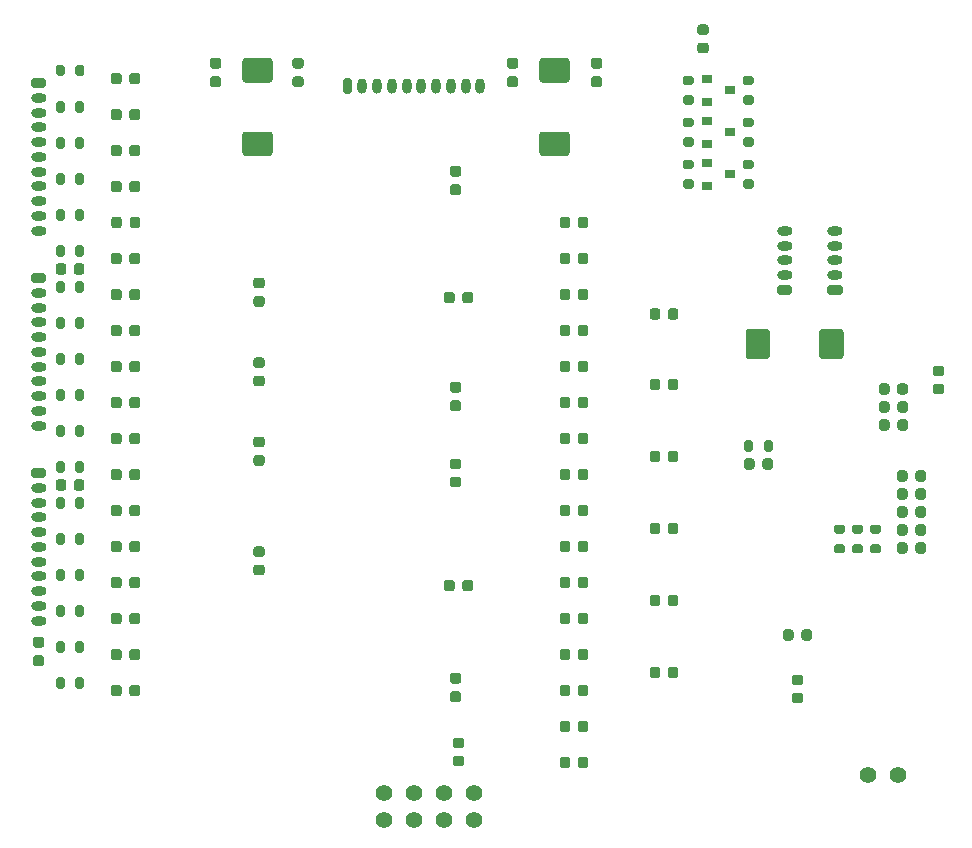
<source format=gbr>
%TF.GenerationSoftware,KiCad,Pcbnew,(5.1.10)-1*%
%TF.CreationDate,2023-09-08T21:34:54-05:00*%
%TF.ProjectId,brs_flight_computer,6272735f-666c-4696-9768-745f636f6d70,A*%
%TF.SameCoordinates,Original*%
%TF.FileFunction,Soldermask,Bot*%
%TF.FilePolarity,Negative*%
%FSLAX46Y46*%
G04 Gerber Fmt 4.6, Leading zero omitted, Abs format (unit mm)*
G04 Created by KiCad (PCBNEW (5.1.10)-1) date 2023-09-08 21:34:54*
%MOMM*%
%LPD*%
G01*
G04 APERTURE LIST*
%ADD10O,0.800000X1.300000*%
%ADD11C,1.400000*%
%ADD12O,1.300000X0.800000*%
%ADD13R,0.900000X0.800000*%
G04 APERTURE END LIST*
%TO.C,R48*%
G36*
G01*
X118408000Y-117877000D02*
X118408000Y-117327000D01*
G75*
G02*
X118608000Y-117127000I200000J0D01*
G01*
X119008000Y-117127000D01*
G75*
G02*
X119208000Y-117327000I0J-200000D01*
G01*
X119208000Y-117877000D01*
G75*
G02*
X119008000Y-118077000I-200000J0D01*
G01*
X118608000Y-118077000D01*
G75*
G02*
X118408000Y-117877000I0J200000D01*
G01*
G37*
G36*
G01*
X116758000Y-117877000D02*
X116758000Y-117327000D01*
G75*
G02*
X116958000Y-117127000I200000J0D01*
G01*
X117358000Y-117127000D01*
G75*
G02*
X117558000Y-117327000I0J-200000D01*
G01*
X117558000Y-117877000D01*
G75*
G02*
X117358000Y-118077000I-200000J0D01*
G01*
X116958000Y-118077000D01*
G75*
G02*
X116758000Y-117877000I0J200000D01*
G01*
G37*
%TD*%
%TO.C,R47*%
G36*
G01*
X118408000Y-120925000D02*
X118408000Y-120375000D01*
G75*
G02*
X118608000Y-120175000I200000J0D01*
G01*
X119008000Y-120175000D01*
G75*
G02*
X119208000Y-120375000I0J-200000D01*
G01*
X119208000Y-120925000D01*
G75*
G02*
X119008000Y-121125000I-200000J0D01*
G01*
X118608000Y-121125000D01*
G75*
G02*
X118408000Y-120925000I0J200000D01*
G01*
G37*
G36*
G01*
X116758000Y-120925000D02*
X116758000Y-120375000D01*
G75*
G02*
X116958000Y-120175000I200000J0D01*
G01*
X117358000Y-120175000D01*
G75*
G02*
X117558000Y-120375000I0J-200000D01*
G01*
X117558000Y-120925000D01*
G75*
G02*
X117358000Y-121125000I-200000J0D01*
G01*
X116958000Y-121125000D01*
G75*
G02*
X116758000Y-120925000I0J200000D01*
G01*
G37*
%TD*%
%TO.C,R45*%
G36*
G01*
X118408000Y-123973000D02*
X118408000Y-123423000D01*
G75*
G02*
X118608000Y-123223000I200000J0D01*
G01*
X119008000Y-123223000D01*
G75*
G02*
X119208000Y-123423000I0J-200000D01*
G01*
X119208000Y-123973000D01*
G75*
G02*
X119008000Y-124173000I-200000J0D01*
G01*
X118608000Y-124173000D01*
G75*
G02*
X118408000Y-123973000I0J200000D01*
G01*
G37*
G36*
G01*
X116758000Y-123973000D02*
X116758000Y-123423000D01*
G75*
G02*
X116958000Y-123223000I200000J0D01*
G01*
X117358000Y-123223000D01*
G75*
G02*
X117558000Y-123423000I0J-200000D01*
G01*
X117558000Y-123973000D01*
G75*
G02*
X117358000Y-124173000I-200000J0D01*
G01*
X116958000Y-124173000D01*
G75*
G02*
X116758000Y-123973000I0J200000D01*
G01*
G37*
%TD*%
%TO.C,R44*%
G36*
G01*
X118408000Y-127021000D02*
X118408000Y-126471000D01*
G75*
G02*
X118608000Y-126271000I200000J0D01*
G01*
X119008000Y-126271000D01*
G75*
G02*
X119208000Y-126471000I0J-200000D01*
G01*
X119208000Y-127021000D01*
G75*
G02*
X119008000Y-127221000I-200000J0D01*
G01*
X118608000Y-127221000D01*
G75*
G02*
X118408000Y-127021000I0J200000D01*
G01*
G37*
G36*
G01*
X116758000Y-127021000D02*
X116758000Y-126471000D01*
G75*
G02*
X116958000Y-126271000I200000J0D01*
G01*
X117358000Y-126271000D01*
G75*
G02*
X117558000Y-126471000I0J-200000D01*
G01*
X117558000Y-127021000D01*
G75*
G02*
X117358000Y-127221000I-200000J0D01*
G01*
X116958000Y-127221000D01*
G75*
G02*
X116758000Y-127021000I0J200000D01*
G01*
G37*
%TD*%
%TO.C,R41*%
G36*
G01*
X118408000Y-130069000D02*
X118408000Y-129519000D01*
G75*
G02*
X118608000Y-129319000I200000J0D01*
G01*
X119008000Y-129319000D01*
G75*
G02*
X119208000Y-129519000I0J-200000D01*
G01*
X119208000Y-130069000D01*
G75*
G02*
X119008000Y-130269000I-200000J0D01*
G01*
X118608000Y-130269000D01*
G75*
G02*
X118408000Y-130069000I0J200000D01*
G01*
G37*
G36*
G01*
X116758000Y-130069000D02*
X116758000Y-129519000D01*
G75*
G02*
X116958000Y-129319000I200000J0D01*
G01*
X117358000Y-129319000D01*
G75*
G02*
X117558000Y-129519000I0J-200000D01*
G01*
X117558000Y-130069000D01*
G75*
G02*
X117358000Y-130269000I-200000J0D01*
G01*
X116958000Y-130269000D01*
G75*
G02*
X116758000Y-130069000I0J200000D01*
G01*
G37*
%TD*%
%TO.C,R40*%
G36*
G01*
X118408000Y-99589000D02*
X118408000Y-99039000D01*
G75*
G02*
X118608000Y-98839000I200000J0D01*
G01*
X119008000Y-98839000D01*
G75*
G02*
X119208000Y-99039000I0J-200000D01*
G01*
X119208000Y-99589000D01*
G75*
G02*
X119008000Y-99789000I-200000J0D01*
G01*
X118608000Y-99789000D01*
G75*
G02*
X118408000Y-99589000I0J200000D01*
G01*
G37*
G36*
G01*
X116758000Y-99589000D02*
X116758000Y-99039000D01*
G75*
G02*
X116958000Y-98839000I200000J0D01*
G01*
X117358000Y-98839000D01*
G75*
G02*
X117558000Y-99039000I0J-200000D01*
G01*
X117558000Y-99589000D01*
G75*
G02*
X117358000Y-99789000I-200000J0D01*
G01*
X116958000Y-99789000D01*
G75*
G02*
X116758000Y-99589000I0J200000D01*
G01*
G37*
%TD*%
%TO.C,R39*%
G36*
G01*
X118408000Y-102637000D02*
X118408000Y-102087000D01*
G75*
G02*
X118608000Y-101887000I200000J0D01*
G01*
X119008000Y-101887000D01*
G75*
G02*
X119208000Y-102087000I0J-200000D01*
G01*
X119208000Y-102637000D01*
G75*
G02*
X119008000Y-102837000I-200000J0D01*
G01*
X118608000Y-102837000D01*
G75*
G02*
X118408000Y-102637000I0J200000D01*
G01*
G37*
G36*
G01*
X116758000Y-102637000D02*
X116758000Y-102087000D01*
G75*
G02*
X116958000Y-101887000I200000J0D01*
G01*
X117358000Y-101887000D01*
G75*
G02*
X117558000Y-102087000I0J-200000D01*
G01*
X117558000Y-102637000D01*
G75*
G02*
X117358000Y-102837000I-200000J0D01*
G01*
X116958000Y-102837000D01*
G75*
G02*
X116758000Y-102637000I0J200000D01*
G01*
G37*
%TD*%
%TO.C,R38*%
G36*
G01*
X118408000Y-105685000D02*
X118408000Y-105135000D01*
G75*
G02*
X118608000Y-104935000I200000J0D01*
G01*
X119008000Y-104935000D01*
G75*
G02*
X119208000Y-105135000I0J-200000D01*
G01*
X119208000Y-105685000D01*
G75*
G02*
X119008000Y-105885000I-200000J0D01*
G01*
X118608000Y-105885000D01*
G75*
G02*
X118408000Y-105685000I0J200000D01*
G01*
G37*
G36*
G01*
X116758000Y-105685000D02*
X116758000Y-105135000D01*
G75*
G02*
X116958000Y-104935000I200000J0D01*
G01*
X117358000Y-104935000D01*
G75*
G02*
X117558000Y-105135000I0J-200000D01*
G01*
X117558000Y-105685000D01*
G75*
G02*
X117358000Y-105885000I-200000J0D01*
G01*
X116958000Y-105885000D01*
G75*
G02*
X116758000Y-105685000I0J200000D01*
G01*
G37*
%TD*%
%TO.C,R29*%
G36*
G01*
X118408000Y-108733000D02*
X118408000Y-108183000D01*
G75*
G02*
X118608000Y-107983000I200000J0D01*
G01*
X119008000Y-107983000D01*
G75*
G02*
X119208000Y-108183000I0J-200000D01*
G01*
X119208000Y-108733000D01*
G75*
G02*
X119008000Y-108933000I-200000J0D01*
G01*
X118608000Y-108933000D01*
G75*
G02*
X118408000Y-108733000I0J200000D01*
G01*
G37*
G36*
G01*
X116758000Y-108733000D02*
X116758000Y-108183000D01*
G75*
G02*
X116958000Y-107983000I200000J0D01*
G01*
X117358000Y-107983000D01*
G75*
G02*
X117558000Y-108183000I0J-200000D01*
G01*
X117558000Y-108733000D01*
G75*
G02*
X117358000Y-108933000I-200000J0D01*
G01*
X116958000Y-108933000D01*
G75*
G02*
X116758000Y-108733000I0J200000D01*
G01*
G37*
%TD*%
%TO.C,R28*%
G36*
G01*
X118408000Y-111781000D02*
X118408000Y-111231000D01*
G75*
G02*
X118608000Y-111031000I200000J0D01*
G01*
X119008000Y-111031000D01*
G75*
G02*
X119208000Y-111231000I0J-200000D01*
G01*
X119208000Y-111781000D01*
G75*
G02*
X119008000Y-111981000I-200000J0D01*
G01*
X118608000Y-111981000D01*
G75*
G02*
X118408000Y-111781000I0J200000D01*
G01*
G37*
G36*
G01*
X116758000Y-111781000D02*
X116758000Y-111231000D01*
G75*
G02*
X116958000Y-111031000I200000J0D01*
G01*
X117358000Y-111031000D01*
G75*
G02*
X117558000Y-111231000I0J-200000D01*
G01*
X117558000Y-111781000D01*
G75*
G02*
X117358000Y-111981000I-200000J0D01*
G01*
X116958000Y-111981000D01*
G75*
G02*
X116758000Y-111781000I0J200000D01*
G01*
G37*
%TD*%
%TO.C,R27*%
G36*
G01*
X118408000Y-81301000D02*
X118408000Y-80751000D01*
G75*
G02*
X118608000Y-80551000I200000J0D01*
G01*
X119008000Y-80551000D01*
G75*
G02*
X119208000Y-80751000I0J-200000D01*
G01*
X119208000Y-81301000D01*
G75*
G02*
X119008000Y-81501000I-200000J0D01*
G01*
X118608000Y-81501000D01*
G75*
G02*
X118408000Y-81301000I0J200000D01*
G01*
G37*
G36*
G01*
X116758000Y-81301000D02*
X116758000Y-80751000D01*
G75*
G02*
X116958000Y-80551000I200000J0D01*
G01*
X117358000Y-80551000D01*
G75*
G02*
X117558000Y-80751000I0J-200000D01*
G01*
X117558000Y-81301000D01*
G75*
G02*
X117358000Y-81501000I-200000J0D01*
G01*
X116958000Y-81501000D01*
G75*
G02*
X116758000Y-81301000I0J200000D01*
G01*
G37*
%TD*%
%TO.C,R26*%
G36*
G01*
X118408000Y-84349000D02*
X118408000Y-83799000D01*
G75*
G02*
X118608000Y-83599000I200000J0D01*
G01*
X119008000Y-83599000D01*
G75*
G02*
X119208000Y-83799000I0J-200000D01*
G01*
X119208000Y-84349000D01*
G75*
G02*
X119008000Y-84549000I-200000J0D01*
G01*
X118608000Y-84549000D01*
G75*
G02*
X118408000Y-84349000I0J200000D01*
G01*
G37*
G36*
G01*
X116758000Y-84349000D02*
X116758000Y-83799000D01*
G75*
G02*
X116958000Y-83599000I200000J0D01*
G01*
X117358000Y-83599000D01*
G75*
G02*
X117558000Y-83799000I0J-200000D01*
G01*
X117558000Y-84349000D01*
G75*
G02*
X117358000Y-84549000I-200000J0D01*
G01*
X116958000Y-84549000D01*
G75*
G02*
X116758000Y-84349000I0J200000D01*
G01*
G37*
%TD*%
%TO.C,R13*%
G36*
G01*
X118408000Y-87397000D02*
X118408000Y-86847000D01*
G75*
G02*
X118608000Y-86647000I200000J0D01*
G01*
X119008000Y-86647000D01*
G75*
G02*
X119208000Y-86847000I0J-200000D01*
G01*
X119208000Y-87397000D01*
G75*
G02*
X119008000Y-87597000I-200000J0D01*
G01*
X118608000Y-87597000D01*
G75*
G02*
X118408000Y-87397000I0J200000D01*
G01*
G37*
G36*
G01*
X116758000Y-87397000D02*
X116758000Y-86847000D01*
G75*
G02*
X116958000Y-86647000I200000J0D01*
G01*
X117358000Y-86647000D01*
G75*
G02*
X117558000Y-86847000I0J-200000D01*
G01*
X117558000Y-87397000D01*
G75*
G02*
X117358000Y-87597000I-200000J0D01*
G01*
X116958000Y-87597000D01*
G75*
G02*
X116758000Y-87397000I0J200000D01*
G01*
G37*
%TD*%
%TO.C,R12*%
G36*
G01*
X118408000Y-90445000D02*
X118408000Y-89895000D01*
G75*
G02*
X118608000Y-89695000I200000J0D01*
G01*
X119008000Y-89695000D01*
G75*
G02*
X119208000Y-89895000I0J-200000D01*
G01*
X119208000Y-90445000D01*
G75*
G02*
X119008000Y-90645000I-200000J0D01*
G01*
X118608000Y-90645000D01*
G75*
G02*
X118408000Y-90445000I0J200000D01*
G01*
G37*
G36*
G01*
X116758000Y-90445000D02*
X116758000Y-89895000D01*
G75*
G02*
X116958000Y-89695000I200000J0D01*
G01*
X117358000Y-89695000D01*
G75*
G02*
X117558000Y-89895000I0J-200000D01*
G01*
X117558000Y-90445000D01*
G75*
G02*
X117358000Y-90645000I-200000J0D01*
G01*
X116958000Y-90645000D01*
G75*
G02*
X116758000Y-90445000I0J200000D01*
G01*
G37*
%TD*%
%TO.C,R11*%
G36*
G01*
X118408000Y-93493000D02*
X118408000Y-92943000D01*
G75*
G02*
X118608000Y-92743000I200000J0D01*
G01*
X119008000Y-92743000D01*
G75*
G02*
X119208000Y-92943000I0J-200000D01*
G01*
X119208000Y-93493000D01*
G75*
G02*
X119008000Y-93693000I-200000J0D01*
G01*
X118608000Y-93693000D01*
G75*
G02*
X118408000Y-93493000I0J200000D01*
G01*
G37*
G36*
G01*
X116758000Y-93493000D02*
X116758000Y-92943000D01*
G75*
G02*
X116958000Y-92743000I200000J0D01*
G01*
X117358000Y-92743000D01*
G75*
G02*
X117558000Y-92943000I0J-200000D01*
G01*
X117558000Y-93493000D01*
G75*
G02*
X117358000Y-93693000I-200000J0D01*
G01*
X116958000Y-93693000D01*
G75*
G02*
X116758000Y-93493000I0J200000D01*
G01*
G37*
%TD*%
%TO.C,R10*%
G36*
G01*
X185907000Y-118027000D02*
X186457000Y-118027000D01*
G75*
G02*
X186657000Y-118227000I0J-200000D01*
G01*
X186657000Y-118627000D01*
G75*
G02*
X186457000Y-118827000I-200000J0D01*
G01*
X185907000Y-118827000D01*
G75*
G02*
X185707000Y-118627000I0J200000D01*
G01*
X185707000Y-118227000D01*
G75*
G02*
X185907000Y-118027000I200000J0D01*
G01*
G37*
G36*
G01*
X185907000Y-116377000D02*
X186457000Y-116377000D01*
G75*
G02*
X186657000Y-116577000I0J-200000D01*
G01*
X186657000Y-116977000D01*
G75*
G02*
X186457000Y-117177000I-200000J0D01*
G01*
X185907000Y-117177000D01*
G75*
G02*
X185707000Y-116977000I0J200000D01*
G01*
X185707000Y-116577000D01*
G75*
G02*
X185907000Y-116377000I200000J0D01*
G01*
G37*
%TD*%
%TO.C,C30*%
G36*
G01*
X133735000Y-97035500D02*
X134235000Y-97035500D01*
G75*
G02*
X134460000Y-97260500I0J-225000D01*
G01*
X134460000Y-97710500D01*
G75*
G02*
X134235000Y-97935500I-225000J0D01*
G01*
X133735000Y-97935500D01*
G75*
G02*
X133510000Y-97710500I0J225000D01*
G01*
X133510000Y-97260500D01*
G75*
G02*
X133735000Y-97035500I225000J0D01*
G01*
G37*
G36*
G01*
X133735000Y-95485500D02*
X134235000Y-95485500D01*
G75*
G02*
X134460000Y-95710500I0J-225000D01*
G01*
X134460000Y-96160500D01*
G75*
G02*
X134235000Y-96385500I-225000J0D01*
G01*
X133735000Y-96385500D01*
G75*
G02*
X133510000Y-96160500I0J225000D01*
G01*
X133510000Y-95710500D01*
G75*
G02*
X133735000Y-95485500I225000J0D01*
G01*
G37*
%TD*%
%TO.C,C1*%
G36*
G01*
X187368000Y-104652000D02*
X187368000Y-105152000D01*
G75*
G02*
X187143000Y-105377000I-225000J0D01*
G01*
X186693000Y-105377000D01*
G75*
G02*
X186468000Y-105152000I0J225000D01*
G01*
X186468000Y-104652000D01*
G75*
G02*
X186693000Y-104427000I225000J0D01*
G01*
X187143000Y-104427000D01*
G75*
G02*
X187368000Y-104652000I0J-225000D01*
G01*
G37*
G36*
G01*
X188918000Y-104652000D02*
X188918000Y-105152000D01*
G75*
G02*
X188693000Y-105377000I-225000J0D01*
G01*
X188243000Y-105377000D01*
G75*
G02*
X188018000Y-105152000I0J225000D01*
G01*
X188018000Y-104652000D01*
G75*
G02*
X188243000Y-104427000I225000J0D01*
G01*
X188693000Y-104427000D01*
G75*
G02*
X188918000Y-104652000I0J-225000D01*
G01*
G37*
%TD*%
%TO.C,C29*%
G36*
G01*
X115066000Y-127452000D02*
X115566000Y-127452000D01*
G75*
G02*
X115791000Y-127677000I0J-225000D01*
G01*
X115791000Y-128127000D01*
G75*
G02*
X115566000Y-128352000I-225000J0D01*
G01*
X115066000Y-128352000D01*
G75*
G02*
X114841000Y-128127000I0J225000D01*
G01*
X114841000Y-127677000D01*
G75*
G02*
X115066000Y-127452000I225000J0D01*
G01*
G37*
G36*
G01*
X115066000Y-125902000D02*
X115566000Y-125902000D01*
G75*
G02*
X115791000Y-126127000I0J-225000D01*
G01*
X115791000Y-126577000D01*
G75*
G02*
X115566000Y-126802000I-225000J0D01*
G01*
X115066000Y-126802000D01*
G75*
G02*
X114841000Y-126577000I0J225000D01*
G01*
X114841000Y-126127000D01*
G75*
G02*
X115066000Y-125902000I225000J0D01*
G01*
G37*
%TD*%
%TO.C,C28*%
G36*
G01*
X118308000Y-94992000D02*
X118308000Y-94492000D01*
G75*
G02*
X118533000Y-94267000I225000J0D01*
G01*
X118983000Y-94267000D01*
G75*
G02*
X119208000Y-94492000I0J-225000D01*
G01*
X119208000Y-94992000D01*
G75*
G02*
X118983000Y-95217000I-225000J0D01*
G01*
X118533000Y-95217000D01*
G75*
G02*
X118308000Y-94992000I0J225000D01*
G01*
G37*
G36*
G01*
X116758000Y-94992000D02*
X116758000Y-94492000D01*
G75*
G02*
X116983000Y-94267000I225000J0D01*
G01*
X117433000Y-94267000D01*
G75*
G02*
X117658000Y-94492000I0J-225000D01*
G01*
X117658000Y-94992000D01*
G75*
G02*
X117433000Y-95217000I-225000J0D01*
G01*
X116983000Y-95217000D01*
G75*
G02*
X116758000Y-94992000I0J225000D01*
G01*
G37*
%TD*%
%TO.C,C17*%
G36*
G01*
X118308000Y-113280000D02*
X118308000Y-112780000D01*
G75*
G02*
X118533000Y-112555000I225000J0D01*
G01*
X118983000Y-112555000D01*
G75*
G02*
X119208000Y-112780000I0J-225000D01*
G01*
X119208000Y-113280000D01*
G75*
G02*
X118983000Y-113505000I-225000J0D01*
G01*
X118533000Y-113505000D01*
G75*
G02*
X118308000Y-113280000I0J225000D01*
G01*
G37*
G36*
G01*
X116758000Y-113280000D02*
X116758000Y-112780000D01*
G75*
G02*
X116983000Y-112555000I225000J0D01*
G01*
X117433000Y-112555000D01*
G75*
G02*
X117658000Y-112780000I0J-225000D01*
G01*
X117658000Y-113280000D01*
G75*
G02*
X117433000Y-113505000I-225000J0D01*
G01*
X116983000Y-113505000D01*
G75*
G02*
X116758000Y-113280000I0J225000D01*
G01*
G37*
%TD*%
D10*
%TO.C,J3*%
X152728000Y-79248000D03*
X151478000Y-79248000D03*
X150228000Y-79248000D03*
X148978000Y-79248000D03*
X147728000Y-79248000D03*
X146478000Y-79248000D03*
X145228000Y-79248000D03*
X143978000Y-79248000D03*
X142728000Y-79248000D03*
G36*
G01*
X141078000Y-79698000D02*
X141078000Y-78798000D01*
G75*
G02*
X141278000Y-78598000I200000J0D01*
G01*
X141678000Y-78598000D01*
G75*
G02*
X141878000Y-78798000I0J-200000D01*
G01*
X141878000Y-79698000D01*
G75*
G02*
X141678000Y-79898000I-200000J0D01*
G01*
X141278000Y-79898000D01*
G75*
G02*
X141078000Y-79698000I0J200000D01*
G01*
G37*
%TD*%
D11*
%TO.C,TP24*%
X185547000Y-137604500D03*
X188087000Y-137604500D03*
%TD*%
%TO.C,TP17*%
X152146000Y-141351000D03*
X149606000Y-141351000D03*
%TD*%
%TO.C,TP16*%
X147066000Y-141351000D03*
X144526000Y-141351000D03*
%TD*%
%TO.C,TP7*%
X147066000Y-139065000D03*
X144526000Y-139065000D03*
%TD*%
%TO.C,TP6*%
X152146000Y-139065000D03*
X149606000Y-139065000D03*
%TD*%
D12*
%TO.C,J2*%
X178498500Y-91520000D03*
X178498500Y-92770000D03*
X178498500Y-94020000D03*
X178498500Y-95270000D03*
G36*
G01*
X178948500Y-96920000D02*
X178048500Y-96920000D01*
G75*
G02*
X177848500Y-96720000I0J200000D01*
G01*
X177848500Y-96320000D01*
G75*
G02*
X178048500Y-96120000I200000J0D01*
G01*
X178948500Y-96120000D01*
G75*
G02*
X179148500Y-96320000I0J-200000D01*
G01*
X179148500Y-96720000D01*
G75*
G02*
X178948500Y-96920000I-200000J0D01*
G01*
G37*
%TD*%
%TO.C,J1*%
X182753000Y-91520000D03*
X182753000Y-92770000D03*
X182753000Y-94020000D03*
X182753000Y-95270000D03*
G36*
G01*
X183203000Y-96920000D02*
X182303000Y-96920000D01*
G75*
G02*
X182103000Y-96720000I0J200000D01*
G01*
X182103000Y-96320000D01*
G75*
G02*
X182303000Y-96120000I200000J0D01*
G01*
X183203000Y-96120000D01*
G75*
G02*
X183403000Y-96320000I0J-200000D01*
G01*
X183403000Y-96720000D01*
G75*
G02*
X183203000Y-96920000I-200000J0D01*
G01*
G37*
%TD*%
%TO.C,J14*%
X115316000Y-108004000D03*
X115316000Y-106754000D03*
X115316000Y-105504000D03*
X115316000Y-104254000D03*
X115316000Y-103004000D03*
X115316000Y-101754000D03*
X115316000Y-100504000D03*
X115316000Y-99254000D03*
X115316000Y-98004000D03*
X115316000Y-96754000D03*
G36*
G01*
X114866000Y-95104000D02*
X115766000Y-95104000D01*
G75*
G02*
X115966000Y-95304000I0J-200000D01*
G01*
X115966000Y-95704000D01*
G75*
G02*
X115766000Y-95904000I-200000J0D01*
G01*
X114866000Y-95904000D01*
G75*
G02*
X114666000Y-95704000I0J200000D01*
G01*
X114666000Y-95304000D01*
G75*
G02*
X114866000Y-95104000I200000J0D01*
G01*
G37*
%TD*%
%TO.C,J13*%
X115316000Y-91494000D03*
X115316000Y-90244000D03*
X115316000Y-88994000D03*
X115316000Y-87744000D03*
X115316000Y-86494000D03*
X115316000Y-85244000D03*
X115316000Y-83994000D03*
X115316000Y-82744000D03*
X115316000Y-81494000D03*
X115316000Y-80244000D03*
G36*
G01*
X114866000Y-78594000D02*
X115766000Y-78594000D01*
G75*
G02*
X115966000Y-78794000I0J-200000D01*
G01*
X115966000Y-79194000D01*
G75*
G02*
X115766000Y-79394000I-200000J0D01*
G01*
X114866000Y-79394000D01*
G75*
G02*
X114666000Y-79194000I0J200000D01*
G01*
X114666000Y-78794000D01*
G75*
G02*
X114866000Y-78594000I200000J0D01*
G01*
G37*
%TD*%
%TO.C,J10*%
X115316000Y-124514000D03*
X115316000Y-123264000D03*
X115316000Y-122014000D03*
X115316000Y-120764000D03*
X115316000Y-119514000D03*
X115316000Y-118264000D03*
X115316000Y-117014000D03*
X115316000Y-115764000D03*
X115316000Y-114514000D03*
X115316000Y-113264000D03*
G36*
G01*
X114866000Y-111614000D02*
X115766000Y-111614000D01*
G75*
G02*
X115966000Y-111814000I0J-200000D01*
G01*
X115966000Y-112214000D01*
G75*
G02*
X115766000Y-112414000I-200000J0D01*
G01*
X114866000Y-112414000D01*
G75*
G02*
X114666000Y-112214000I0J200000D01*
G01*
X114666000Y-111814000D01*
G75*
G02*
X114866000Y-111614000I200000J0D01*
G01*
G37*
%TD*%
%TO.C,R80*%
G36*
G01*
X175674700Y-79191300D02*
X175124700Y-79191300D01*
G75*
G02*
X174924700Y-78991300I0J200000D01*
G01*
X174924700Y-78591300D01*
G75*
G02*
X175124700Y-78391300I200000J0D01*
G01*
X175674700Y-78391300D01*
G75*
G02*
X175874700Y-78591300I0J-200000D01*
G01*
X175874700Y-78991300D01*
G75*
G02*
X175674700Y-79191300I-200000J0D01*
G01*
G37*
G36*
G01*
X175674700Y-80841300D02*
X175124700Y-80841300D01*
G75*
G02*
X174924700Y-80641300I0J200000D01*
G01*
X174924700Y-80241300D01*
G75*
G02*
X175124700Y-80041300I200000J0D01*
G01*
X175674700Y-80041300D01*
G75*
G02*
X175874700Y-80241300I0J-200000D01*
G01*
X175874700Y-80641300D01*
G75*
G02*
X175674700Y-80841300I-200000J0D01*
G01*
G37*
%TD*%
%TO.C,R78*%
G36*
G01*
X170044700Y-80041300D02*
X170594700Y-80041300D01*
G75*
G02*
X170794700Y-80241300I0J-200000D01*
G01*
X170794700Y-80641300D01*
G75*
G02*
X170594700Y-80841300I-200000J0D01*
G01*
X170044700Y-80841300D01*
G75*
G02*
X169844700Y-80641300I0J200000D01*
G01*
X169844700Y-80241300D01*
G75*
G02*
X170044700Y-80041300I200000J0D01*
G01*
G37*
G36*
G01*
X170044700Y-78391300D02*
X170594700Y-78391300D01*
G75*
G02*
X170794700Y-78591300I0J-200000D01*
G01*
X170794700Y-78991300D01*
G75*
G02*
X170594700Y-79191300I-200000J0D01*
G01*
X170044700Y-79191300D01*
G75*
G02*
X169844700Y-78991300I0J200000D01*
G01*
X169844700Y-78591300D01*
G75*
G02*
X170044700Y-78391300I200000J0D01*
G01*
G37*
%TD*%
%TO.C,R77*%
G36*
G01*
X175674700Y-82747300D02*
X175124700Y-82747300D01*
G75*
G02*
X174924700Y-82547300I0J200000D01*
G01*
X174924700Y-82147300D01*
G75*
G02*
X175124700Y-81947300I200000J0D01*
G01*
X175674700Y-81947300D01*
G75*
G02*
X175874700Y-82147300I0J-200000D01*
G01*
X175874700Y-82547300D01*
G75*
G02*
X175674700Y-82747300I-200000J0D01*
G01*
G37*
G36*
G01*
X175674700Y-84397300D02*
X175124700Y-84397300D01*
G75*
G02*
X174924700Y-84197300I0J200000D01*
G01*
X174924700Y-83797300D01*
G75*
G02*
X175124700Y-83597300I200000J0D01*
G01*
X175674700Y-83597300D01*
G75*
G02*
X175874700Y-83797300I0J-200000D01*
G01*
X175874700Y-84197300D01*
G75*
G02*
X175674700Y-84397300I-200000J0D01*
G01*
G37*
%TD*%
%TO.C,R76*%
G36*
G01*
X170044700Y-83597300D02*
X170594700Y-83597300D01*
G75*
G02*
X170794700Y-83797300I0J-200000D01*
G01*
X170794700Y-84197300D01*
G75*
G02*
X170594700Y-84397300I-200000J0D01*
G01*
X170044700Y-84397300D01*
G75*
G02*
X169844700Y-84197300I0J200000D01*
G01*
X169844700Y-83797300D01*
G75*
G02*
X170044700Y-83597300I200000J0D01*
G01*
G37*
G36*
G01*
X170044700Y-81947300D02*
X170594700Y-81947300D01*
G75*
G02*
X170794700Y-82147300I0J-200000D01*
G01*
X170794700Y-82547300D01*
G75*
G02*
X170594700Y-82747300I-200000J0D01*
G01*
X170044700Y-82747300D01*
G75*
G02*
X169844700Y-82547300I0J200000D01*
G01*
X169844700Y-82147300D01*
G75*
G02*
X170044700Y-81947300I200000J0D01*
G01*
G37*
%TD*%
%TO.C,R75*%
G36*
G01*
X175674700Y-86303300D02*
X175124700Y-86303300D01*
G75*
G02*
X174924700Y-86103300I0J200000D01*
G01*
X174924700Y-85703300D01*
G75*
G02*
X175124700Y-85503300I200000J0D01*
G01*
X175674700Y-85503300D01*
G75*
G02*
X175874700Y-85703300I0J-200000D01*
G01*
X175874700Y-86103300D01*
G75*
G02*
X175674700Y-86303300I-200000J0D01*
G01*
G37*
G36*
G01*
X175674700Y-87953300D02*
X175124700Y-87953300D01*
G75*
G02*
X174924700Y-87753300I0J200000D01*
G01*
X174924700Y-87353300D01*
G75*
G02*
X175124700Y-87153300I200000J0D01*
G01*
X175674700Y-87153300D01*
G75*
G02*
X175874700Y-87353300I0J-200000D01*
G01*
X175874700Y-87753300D01*
G75*
G02*
X175674700Y-87953300I-200000J0D01*
G01*
G37*
%TD*%
%TO.C,R74*%
G36*
G01*
X170044700Y-87153300D02*
X170594700Y-87153300D01*
G75*
G02*
X170794700Y-87353300I0J-200000D01*
G01*
X170794700Y-87753300D01*
G75*
G02*
X170594700Y-87953300I-200000J0D01*
G01*
X170044700Y-87953300D01*
G75*
G02*
X169844700Y-87753300I0J200000D01*
G01*
X169844700Y-87353300D01*
G75*
G02*
X170044700Y-87153300I200000J0D01*
G01*
G37*
G36*
G01*
X170044700Y-85503300D02*
X170594700Y-85503300D01*
G75*
G02*
X170794700Y-85703300I0J-200000D01*
G01*
X170794700Y-86103300D01*
G75*
G02*
X170594700Y-86303300I-200000J0D01*
G01*
X170044700Y-86303300D01*
G75*
G02*
X169844700Y-86103300I0J200000D01*
G01*
X169844700Y-85703300D01*
G75*
G02*
X170044700Y-85503300I200000J0D01*
G01*
G37*
%TD*%
%TO.C,R73*%
G36*
G01*
X118408000Y-114829000D02*
X118408000Y-114279000D01*
G75*
G02*
X118608000Y-114079000I200000J0D01*
G01*
X119008000Y-114079000D01*
G75*
G02*
X119208000Y-114279000I0J-200000D01*
G01*
X119208000Y-114829000D01*
G75*
G02*
X119008000Y-115029000I-200000J0D01*
G01*
X118608000Y-115029000D01*
G75*
G02*
X118408000Y-114829000I0J200000D01*
G01*
G37*
G36*
G01*
X116758000Y-114829000D02*
X116758000Y-114279000D01*
G75*
G02*
X116958000Y-114079000I200000J0D01*
G01*
X117358000Y-114079000D01*
G75*
G02*
X117558000Y-114279000I0J-200000D01*
G01*
X117558000Y-114829000D01*
G75*
G02*
X117358000Y-115029000I-200000J0D01*
G01*
X116958000Y-115029000D01*
G75*
G02*
X116758000Y-114829000I0J200000D01*
G01*
G37*
%TD*%
%TO.C,R72*%
G36*
G01*
X118408000Y-96541000D02*
X118408000Y-95991000D01*
G75*
G02*
X118608000Y-95791000I200000J0D01*
G01*
X119008000Y-95791000D01*
G75*
G02*
X119208000Y-95991000I0J-200000D01*
G01*
X119208000Y-96541000D01*
G75*
G02*
X119008000Y-96741000I-200000J0D01*
G01*
X118608000Y-96741000D01*
G75*
G02*
X118408000Y-96541000I0J200000D01*
G01*
G37*
G36*
G01*
X116758000Y-96541000D02*
X116758000Y-95991000D01*
G75*
G02*
X116958000Y-95791000I200000J0D01*
G01*
X117358000Y-95791000D01*
G75*
G02*
X117558000Y-95991000I0J-200000D01*
G01*
X117558000Y-96541000D01*
G75*
G02*
X117358000Y-96741000I-200000J0D01*
G01*
X116958000Y-96741000D01*
G75*
G02*
X116758000Y-96541000I0J200000D01*
G01*
G37*
%TD*%
%TO.C,R71*%
G36*
G01*
X118408000Y-78189500D02*
X118408000Y-77639500D01*
G75*
G02*
X118608000Y-77439500I200000J0D01*
G01*
X119008000Y-77439500D01*
G75*
G02*
X119208000Y-77639500I0J-200000D01*
G01*
X119208000Y-78189500D01*
G75*
G02*
X119008000Y-78389500I-200000J0D01*
G01*
X118608000Y-78389500D01*
G75*
G02*
X118408000Y-78189500I0J200000D01*
G01*
G37*
G36*
G01*
X116758000Y-78189500D02*
X116758000Y-77639500D01*
G75*
G02*
X116958000Y-77439500I200000J0D01*
G01*
X117358000Y-77439500D01*
G75*
G02*
X117558000Y-77639500I0J-200000D01*
G01*
X117558000Y-78189500D01*
G75*
G02*
X117358000Y-78389500I-200000J0D01*
G01*
X116958000Y-78389500D01*
G75*
G02*
X116758000Y-78189500I0J200000D01*
G01*
G37*
%TD*%
%TO.C,R3*%
G36*
G01*
X175851000Y-109453000D02*
X175851000Y-110003000D01*
G75*
G02*
X175651000Y-110203000I-200000J0D01*
G01*
X175251000Y-110203000D01*
G75*
G02*
X175051000Y-110003000I0J200000D01*
G01*
X175051000Y-109453000D01*
G75*
G02*
X175251000Y-109253000I200000J0D01*
G01*
X175651000Y-109253000D01*
G75*
G02*
X175851000Y-109453000I0J-200000D01*
G01*
G37*
G36*
G01*
X177501000Y-109453000D02*
X177501000Y-110003000D01*
G75*
G02*
X177301000Y-110203000I-200000J0D01*
G01*
X176901000Y-110203000D01*
G75*
G02*
X176701000Y-110003000I0J200000D01*
G01*
X176701000Y-109453000D01*
G75*
G02*
X176901000Y-109253000I200000J0D01*
G01*
X177301000Y-109253000D01*
G75*
G02*
X177501000Y-109453000I0J-200000D01*
G01*
G37*
%TD*%
%TO.C,R2*%
G36*
G01*
X184383000Y-118027000D02*
X184933000Y-118027000D01*
G75*
G02*
X185133000Y-118227000I0J-200000D01*
G01*
X185133000Y-118627000D01*
G75*
G02*
X184933000Y-118827000I-200000J0D01*
G01*
X184383000Y-118827000D01*
G75*
G02*
X184183000Y-118627000I0J200000D01*
G01*
X184183000Y-118227000D01*
G75*
G02*
X184383000Y-118027000I200000J0D01*
G01*
G37*
G36*
G01*
X184383000Y-116377000D02*
X184933000Y-116377000D01*
G75*
G02*
X185133000Y-116577000I0J-200000D01*
G01*
X185133000Y-116977000D01*
G75*
G02*
X184933000Y-117177000I-200000J0D01*
G01*
X184383000Y-117177000D01*
G75*
G02*
X184183000Y-116977000I0J200000D01*
G01*
X184183000Y-116577000D01*
G75*
G02*
X184383000Y-116377000I200000J0D01*
G01*
G37*
%TD*%
%TO.C,R1*%
G36*
G01*
X182859000Y-118027000D02*
X183409000Y-118027000D01*
G75*
G02*
X183609000Y-118227000I0J-200000D01*
G01*
X183609000Y-118627000D01*
G75*
G02*
X183409000Y-118827000I-200000J0D01*
G01*
X182859000Y-118827000D01*
G75*
G02*
X182659000Y-118627000I0J200000D01*
G01*
X182659000Y-118227000D01*
G75*
G02*
X182859000Y-118027000I200000J0D01*
G01*
G37*
G36*
G01*
X182859000Y-116377000D02*
X183409000Y-116377000D01*
G75*
G02*
X183609000Y-116577000I0J-200000D01*
G01*
X183609000Y-116977000D01*
G75*
G02*
X183409000Y-117177000I-200000J0D01*
G01*
X182859000Y-117177000D01*
G75*
G02*
X182659000Y-116977000I0J200000D01*
G01*
X182659000Y-116577000D01*
G75*
G02*
X182859000Y-116377000I200000J0D01*
G01*
G37*
%TD*%
D13*
%TO.C,Q3*%
X173875700Y-79616300D03*
X171875700Y-78666300D03*
X171875700Y-80566300D03*
%TD*%
%TO.C,Q2*%
X173875700Y-83172300D03*
X171875700Y-82222300D03*
X171875700Y-84122300D03*
%TD*%
%TO.C,Q1*%
X173875700Y-86728300D03*
X171875700Y-85778300D03*
X171875700Y-87678300D03*
%TD*%
%TO.C,C110*%
G36*
G01*
X155198000Y-78430000D02*
X155698000Y-78430000D01*
G75*
G02*
X155923000Y-78655000I0J-225000D01*
G01*
X155923000Y-79105000D01*
G75*
G02*
X155698000Y-79330000I-225000J0D01*
G01*
X155198000Y-79330000D01*
G75*
G02*
X154973000Y-79105000I0J225000D01*
G01*
X154973000Y-78655000D01*
G75*
G02*
X155198000Y-78430000I225000J0D01*
G01*
G37*
G36*
G01*
X155198000Y-76880000D02*
X155698000Y-76880000D01*
G75*
G02*
X155923000Y-77105000I0J-225000D01*
G01*
X155923000Y-77555000D01*
G75*
G02*
X155698000Y-77780000I-225000J0D01*
G01*
X155198000Y-77780000D01*
G75*
G02*
X154973000Y-77555000I0J225000D01*
G01*
X154973000Y-77105000D01*
G75*
G02*
X155198000Y-76880000I225000J0D01*
G01*
G37*
%TD*%
%TO.C,C109*%
G36*
G01*
X162310000Y-78430000D02*
X162810000Y-78430000D01*
G75*
G02*
X163035000Y-78655000I0J-225000D01*
G01*
X163035000Y-79105000D01*
G75*
G02*
X162810000Y-79330000I-225000J0D01*
G01*
X162310000Y-79330000D01*
G75*
G02*
X162085000Y-79105000I0J225000D01*
G01*
X162085000Y-78655000D01*
G75*
G02*
X162310000Y-78430000I225000J0D01*
G01*
G37*
G36*
G01*
X162310000Y-76880000D02*
X162810000Y-76880000D01*
G75*
G02*
X163035000Y-77105000I0J-225000D01*
G01*
X163035000Y-77555000D01*
G75*
G02*
X162810000Y-77780000I-225000J0D01*
G01*
X162310000Y-77780000D01*
G75*
G02*
X162085000Y-77555000I0J225000D01*
G01*
X162085000Y-77105000D01*
G75*
G02*
X162310000Y-76880000I225000J0D01*
G01*
G37*
%TD*%
%TO.C,C108*%
G36*
G01*
X157979000Y-83101000D02*
X160029000Y-83101000D01*
G75*
G02*
X160279000Y-83351000I0J-250000D01*
G01*
X160279000Y-84926000D01*
G75*
G02*
X160029000Y-85176000I-250000J0D01*
G01*
X157979000Y-85176000D01*
G75*
G02*
X157729000Y-84926000I0J250000D01*
G01*
X157729000Y-83351000D01*
G75*
G02*
X157979000Y-83101000I250000J0D01*
G01*
G37*
G36*
G01*
X157979000Y-76876000D02*
X160029000Y-76876000D01*
G75*
G02*
X160279000Y-77126000I0J-250000D01*
G01*
X160279000Y-78701000D01*
G75*
G02*
X160029000Y-78951000I-250000J0D01*
G01*
X157979000Y-78951000D01*
G75*
G02*
X157729000Y-78701000I0J250000D01*
G01*
X157729000Y-77126000D01*
G75*
G02*
X157979000Y-76876000I250000J0D01*
G01*
G37*
%TD*%
%TO.C,C107*%
G36*
G01*
X130052000Y-78430000D02*
X130552000Y-78430000D01*
G75*
G02*
X130777000Y-78655000I0J-225000D01*
G01*
X130777000Y-79105000D01*
G75*
G02*
X130552000Y-79330000I-225000J0D01*
G01*
X130052000Y-79330000D01*
G75*
G02*
X129827000Y-79105000I0J225000D01*
G01*
X129827000Y-78655000D01*
G75*
G02*
X130052000Y-78430000I225000J0D01*
G01*
G37*
G36*
G01*
X130052000Y-76880000D02*
X130552000Y-76880000D01*
G75*
G02*
X130777000Y-77105000I0J-225000D01*
G01*
X130777000Y-77555000D01*
G75*
G02*
X130552000Y-77780000I-225000J0D01*
G01*
X130052000Y-77780000D01*
G75*
G02*
X129827000Y-77555000I0J225000D01*
G01*
X129827000Y-77105000D01*
G75*
G02*
X130052000Y-76880000I225000J0D01*
G01*
G37*
%TD*%
%TO.C,C106*%
G36*
G01*
X137037000Y-78430000D02*
X137537000Y-78430000D01*
G75*
G02*
X137762000Y-78655000I0J-225000D01*
G01*
X137762000Y-79105000D01*
G75*
G02*
X137537000Y-79330000I-225000J0D01*
G01*
X137037000Y-79330000D01*
G75*
G02*
X136812000Y-79105000I0J225000D01*
G01*
X136812000Y-78655000D01*
G75*
G02*
X137037000Y-78430000I225000J0D01*
G01*
G37*
G36*
G01*
X137037000Y-76880000D02*
X137537000Y-76880000D01*
G75*
G02*
X137762000Y-77105000I0J-225000D01*
G01*
X137762000Y-77555000D01*
G75*
G02*
X137537000Y-77780000I-225000J0D01*
G01*
X137037000Y-77780000D01*
G75*
G02*
X136812000Y-77555000I0J225000D01*
G01*
X136812000Y-77105000D01*
G75*
G02*
X137037000Y-76880000I225000J0D01*
G01*
G37*
%TD*%
%TO.C,C105*%
G36*
G01*
X132833000Y-83101000D02*
X134883000Y-83101000D01*
G75*
G02*
X135133000Y-83351000I0J-250000D01*
G01*
X135133000Y-84926000D01*
G75*
G02*
X134883000Y-85176000I-250000J0D01*
G01*
X132833000Y-85176000D01*
G75*
G02*
X132583000Y-84926000I0J250000D01*
G01*
X132583000Y-83351000D01*
G75*
G02*
X132833000Y-83101000I250000J0D01*
G01*
G37*
G36*
G01*
X132833000Y-76876000D02*
X134883000Y-76876000D01*
G75*
G02*
X135133000Y-77126000I0J-250000D01*
G01*
X135133000Y-78701000D01*
G75*
G02*
X134883000Y-78951000I-250000J0D01*
G01*
X132833000Y-78951000D01*
G75*
G02*
X132583000Y-78701000I0J250000D01*
G01*
X132583000Y-77126000D01*
G75*
G02*
X132833000Y-76876000I250000J0D01*
G01*
G37*
%TD*%
%TO.C,C104*%
G36*
G01*
X171327000Y-75572500D02*
X171827000Y-75572500D01*
G75*
G02*
X172052000Y-75797500I0J-225000D01*
G01*
X172052000Y-76247500D01*
G75*
G02*
X171827000Y-76472500I-225000J0D01*
G01*
X171327000Y-76472500D01*
G75*
G02*
X171102000Y-76247500I0J225000D01*
G01*
X171102000Y-75797500D01*
G75*
G02*
X171327000Y-75572500I225000J0D01*
G01*
G37*
G36*
G01*
X171327000Y-74022500D02*
X171827000Y-74022500D01*
G75*
G02*
X172052000Y-74247500I0J-225000D01*
G01*
X172052000Y-74697500D01*
G75*
G02*
X171827000Y-74922500I-225000J0D01*
G01*
X171327000Y-74922500D01*
G75*
G02*
X171102000Y-74697500I0J225000D01*
G01*
X171102000Y-74247500D01*
G75*
G02*
X171327000Y-74022500I225000J0D01*
G01*
G37*
%TD*%
%TO.C,C99*%
G36*
G01*
X133735000Y-119768500D02*
X134235000Y-119768500D01*
G75*
G02*
X134460000Y-119993500I0J-225000D01*
G01*
X134460000Y-120443500D01*
G75*
G02*
X134235000Y-120668500I-225000J0D01*
G01*
X133735000Y-120668500D01*
G75*
G02*
X133510000Y-120443500I0J225000D01*
G01*
X133510000Y-119993500D01*
G75*
G02*
X133735000Y-119768500I225000J0D01*
G01*
G37*
G36*
G01*
X133735000Y-118218500D02*
X134235000Y-118218500D01*
G75*
G02*
X134460000Y-118443500I0J-225000D01*
G01*
X134460000Y-118893500D01*
G75*
G02*
X134235000Y-119118500I-225000J0D01*
G01*
X133735000Y-119118500D01*
G75*
G02*
X133510000Y-118893500I0J225000D01*
G01*
X133510000Y-118443500D01*
G75*
G02*
X133735000Y-118218500I225000J0D01*
G01*
G37*
%TD*%
%TO.C,C97*%
G36*
G01*
X122357000Y-108843000D02*
X122357000Y-109343000D01*
G75*
G02*
X122132000Y-109568000I-225000J0D01*
G01*
X121682000Y-109568000D01*
G75*
G02*
X121457000Y-109343000I0J225000D01*
G01*
X121457000Y-108843000D01*
G75*
G02*
X121682000Y-108618000I225000J0D01*
G01*
X122132000Y-108618000D01*
G75*
G02*
X122357000Y-108843000I0J-225000D01*
G01*
G37*
G36*
G01*
X123907000Y-108843000D02*
X123907000Y-109343000D01*
G75*
G02*
X123682000Y-109568000I-225000J0D01*
G01*
X123232000Y-109568000D01*
G75*
G02*
X123007000Y-109343000I0J225000D01*
G01*
X123007000Y-108843000D01*
G75*
G02*
X123232000Y-108618000I225000J0D01*
G01*
X123682000Y-108618000D01*
G75*
G02*
X123907000Y-108843000I0J-225000D01*
G01*
G37*
%TD*%
%TO.C,C96*%
G36*
G01*
X122357000Y-93603000D02*
X122357000Y-94103000D01*
G75*
G02*
X122132000Y-94328000I-225000J0D01*
G01*
X121682000Y-94328000D01*
G75*
G02*
X121457000Y-94103000I0J225000D01*
G01*
X121457000Y-93603000D01*
G75*
G02*
X121682000Y-93378000I225000J0D01*
G01*
X122132000Y-93378000D01*
G75*
G02*
X122357000Y-93603000I0J-225000D01*
G01*
G37*
G36*
G01*
X123907000Y-93603000D02*
X123907000Y-94103000D01*
G75*
G02*
X123682000Y-94328000I-225000J0D01*
G01*
X123232000Y-94328000D01*
G75*
G02*
X123007000Y-94103000I0J225000D01*
G01*
X123007000Y-93603000D01*
G75*
G02*
X123232000Y-93378000I225000J0D01*
G01*
X123682000Y-93378000D01*
G75*
G02*
X123907000Y-93603000I0J-225000D01*
G01*
G37*
%TD*%
%TO.C,C93*%
G36*
G01*
X122357000Y-130179000D02*
X122357000Y-130679000D01*
G75*
G02*
X122132000Y-130904000I-225000J0D01*
G01*
X121682000Y-130904000D01*
G75*
G02*
X121457000Y-130679000I0J225000D01*
G01*
X121457000Y-130179000D01*
G75*
G02*
X121682000Y-129954000I225000J0D01*
G01*
X122132000Y-129954000D01*
G75*
G02*
X122357000Y-130179000I0J-225000D01*
G01*
G37*
G36*
G01*
X123907000Y-130179000D02*
X123907000Y-130679000D01*
G75*
G02*
X123682000Y-130904000I-225000J0D01*
G01*
X123232000Y-130904000D01*
G75*
G02*
X123007000Y-130679000I0J225000D01*
G01*
X123007000Y-130179000D01*
G75*
G02*
X123232000Y-129954000I225000J0D01*
G01*
X123682000Y-129954000D01*
G75*
G02*
X123907000Y-130179000I0J-225000D01*
G01*
G37*
%TD*%
%TO.C,C92*%
G36*
G01*
X122370000Y-90555000D02*
X122370000Y-91055000D01*
G75*
G02*
X122145000Y-91280000I-225000J0D01*
G01*
X121695000Y-91280000D01*
G75*
G02*
X121470000Y-91055000I0J225000D01*
G01*
X121470000Y-90555000D01*
G75*
G02*
X121695000Y-90330000I225000J0D01*
G01*
X122145000Y-90330000D01*
G75*
G02*
X122370000Y-90555000I0J-225000D01*
G01*
G37*
G36*
G01*
X123920000Y-90555000D02*
X123920000Y-91055000D01*
G75*
G02*
X123695000Y-91280000I-225000J0D01*
G01*
X123245000Y-91280000D01*
G75*
G02*
X123020000Y-91055000I0J225000D01*
G01*
X123020000Y-90555000D01*
G75*
G02*
X123245000Y-90330000I225000J0D01*
G01*
X123695000Y-90330000D01*
G75*
G02*
X123920000Y-90555000I0J-225000D01*
G01*
G37*
%TD*%
%TO.C,C91*%
G36*
G01*
X133735000Y-103766500D02*
X134235000Y-103766500D01*
G75*
G02*
X134460000Y-103991500I0J-225000D01*
G01*
X134460000Y-104441500D01*
G75*
G02*
X134235000Y-104666500I-225000J0D01*
G01*
X133735000Y-104666500D01*
G75*
G02*
X133510000Y-104441500I0J225000D01*
G01*
X133510000Y-103991500D01*
G75*
G02*
X133735000Y-103766500I225000J0D01*
G01*
G37*
G36*
G01*
X133735000Y-102216500D02*
X134235000Y-102216500D01*
G75*
G02*
X134460000Y-102441500I0J-225000D01*
G01*
X134460000Y-102891500D01*
G75*
G02*
X134235000Y-103116500I-225000J0D01*
G01*
X133735000Y-103116500D01*
G75*
G02*
X133510000Y-102891500I0J225000D01*
G01*
X133510000Y-102441500D01*
G75*
G02*
X133735000Y-102216500I225000J0D01*
G01*
G37*
%TD*%
%TO.C,C90*%
G36*
G01*
X122357000Y-121035000D02*
X122357000Y-121535000D01*
G75*
G02*
X122132000Y-121760000I-225000J0D01*
G01*
X121682000Y-121760000D01*
G75*
G02*
X121457000Y-121535000I0J225000D01*
G01*
X121457000Y-121035000D01*
G75*
G02*
X121682000Y-120810000I225000J0D01*
G01*
X122132000Y-120810000D01*
G75*
G02*
X122357000Y-121035000I0J-225000D01*
G01*
G37*
G36*
G01*
X123907000Y-121035000D02*
X123907000Y-121535000D01*
G75*
G02*
X123682000Y-121760000I-225000J0D01*
G01*
X123232000Y-121760000D01*
G75*
G02*
X123007000Y-121535000I0J225000D01*
G01*
X123007000Y-121035000D01*
G75*
G02*
X123232000Y-120810000I225000J0D01*
G01*
X123682000Y-120810000D01*
G75*
G02*
X123907000Y-121035000I0J-225000D01*
G01*
G37*
%TD*%
%TO.C,C89*%
G36*
G01*
X122357000Y-105795000D02*
X122357000Y-106295000D01*
G75*
G02*
X122132000Y-106520000I-225000J0D01*
G01*
X121682000Y-106520000D01*
G75*
G02*
X121457000Y-106295000I0J225000D01*
G01*
X121457000Y-105795000D01*
G75*
G02*
X121682000Y-105570000I225000J0D01*
G01*
X122132000Y-105570000D01*
G75*
G02*
X122357000Y-105795000I0J-225000D01*
G01*
G37*
G36*
G01*
X123907000Y-105795000D02*
X123907000Y-106295000D01*
G75*
G02*
X123682000Y-106520000I-225000J0D01*
G01*
X123232000Y-106520000D01*
G75*
G02*
X123007000Y-106295000I0J225000D01*
G01*
X123007000Y-105795000D01*
G75*
G02*
X123232000Y-105570000I225000J0D01*
G01*
X123682000Y-105570000D01*
G75*
G02*
X123907000Y-105795000I0J-225000D01*
G01*
G37*
%TD*%
%TO.C,C88*%
G36*
G01*
X122357000Y-87507000D02*
X122357000Y-88007000D01*
G75*
G02*
X122132000Y-88232000I-225000J0D01*
G01*
X121682000Y-88232000D01*
G75*
G02*
X121457000Y-88007000I0J225000D01*
G01*
X121457000Y-87507000D01*
G75*
G02*
X121682000Y-87282000I225000J0D01*
G01*
X122132000Y-87282000D01*
G75*
G02*
X122357000Y-87507000I0J-225000D01*
G01*
G37*
G36*
G01*
X123907000Y-87507000D02*
X123907000Y-88007000D01*
G75*
G02*
X123682000Y-88232000I-225000J0D01*
G01*
X123232000Y-88232000D01*
G75*
G02*
X123007000Y-88007000I0J225000D01*
G01*
X123007000Y-87507000D01*
G75*
G02*
X123232000Y-87282000I225000J0D01*
G01*
X123682000Y-87282000D01*
G75*
G02*
X123907000Y-87507000I0J-225000D01*
G01*
G37*
%TD*%
%TO.C,C86*%
G36*
G01*
X122357000Y-117987000D02*
X122357000Y-118487000D01*
G75*
G02*
X122132000Y-118712000I-225000J0D01*
G01*
X121682000Y-118712000D01*
G75*
G02*
X121457000Y-118487000I0J225000D01*
G01*
X121457000Y-117987000D01*
G75*
G02*
X121682000Y-117762000I225000J0D01*
G01*
X122132000Y-117762000D01*
G75*
G02*
X122357000Y-117987000I0J-225000D01*
G01*
G37*
G36*
G01*
X123907000Y-117987000D02*
X123907000Y-118487000D01*
G75*
G02*
X123682000Y-118712000I-225000J0D01*
G01*
X123232000Y-118712000D01*
G75*
G02*
X123007000Y-118487000I0J225000D01*
G01*
X123007000Y-117987000D01*
G75*
G02*
X123232000Y-117762000I225000J0D01*
G01*
X123682000Y-117762000D01*
G75*
G02*
X123907000Y-117987000I0J-225000D01*
G01*
G37*
%TD*%
%TO.C,C85*%
G36*
G01*
X122357000Y-102747000D02*
X122357000Y-103247000D01*
G75*
G02*
X122132000Y-103472000I-225000J0D01*
G01*
X121682000Y-103472000D01*
G75*
G02*
X121457000Y-103247000I0J225000D01*
G01*
X121457000Y-102747000D01*
G75*
G02*
X121682000Y-102522000I225000J0D01*
G01*
X122132000Y-102522000D01*
G75*
G02*
X122357000Y-102747000I0J-225000D01*
G01*
G37*
G36*
G01*
X123907000Y-102747000D02*
X123907000Y-103247000D01*
G75*
G02*
X123682000Y-103472000I-225000J0D01*
G01*
X123232000Y-103472000D01*
G75*
G02*
X123007000Y-103247000I0J225000D01*
G01*
X123007000Y-102747000D01*
G75*
G02*
X123232000Y-102522000I225000J0D01*
G01*
X123682000Y-102522000D01*
G75*
G02*
X123907000Y-102747000I0J-225000D01*
G01*
G37*
%TD*%
%TO.C,C84*%
G36*
G01*
X122357000Y-84459000D02*
X122357000Y-84959000D01*
G75*
G02*
X122132000Y-85184000I-225000J0D01*
G01*
X121682000Y-85184000D01*
G75*
G02*
X121457000Y-84959000I0J225000D01*
G01*
X121457000Y-84459000D01*
G75*
G02*
X121682000Y-84234000I225000J0D01*
G01*
X122132000Y-84234000D01*
G75*
G02*
X122357000Y-84459000I0J-225000D01*
G01*
G37*
G36*
G01*
X123907000Y-84459000D02*
X123907000Y-84959000D01*
G75*
G02*
X123682000Y-85184000I-225000J0D01*
G01*
X123232000Y-85184000D01*
G75*
G02*
X123007000Y-84959000I0J225000D01*
G01*
X123007000Y-84459000D01*
G75*
G02*
X123232000Y-84234000I225000J0D01*
G01*
X123682000Y-84234000D01*
G75*
G02*
X123907000Y-84459000I0J-225000D01*
G01*
G37*
%TD*%
%TO.C,C83*%
G36*
G01*
X133735000Y-110497500D02*
X134235000Y-110497500D01*
G75*
G02*
X134460000Y-110722500I0J-225000D01*
G01*
X134460000Y-111172500D01*
G75*
G02*
X134235000Y-111397500I-225000J0D01*
G01*
X133735000Y-111397500D01*
G75*
G02*
X133510000Y-111172500I0J225000D01*
G01*
X133510000Y-110722500D01*
G75*
G02*
X133735000Y-110497500I225000J0D01*
G01*
G37*
G36*
G01*
X133735000Y-108947500D02*
X134235000Y-108947500D01*
G75*
G02*
X134460000Y-109172500I0J-225000D01*
G01*
X134460000Y-109622500D01*
G75*
G02*
X134235000Y-109847500I-225000J0D01*
G01*
X133735000Y-109847500D01*
G75*
G02*
X133510000Y-109622500I0J225000D01*
G01*
X133510000Y-109172500D01*
G75*
G02*
X133735000Y-108947500I225000J0D01*
G01*
G37*
%TD*%
%TO.C,C82*%
G36*
G01*
X122357000Y-127131000D02*
X122357000Y-127631000D01*
G75*
G02*
X122132000Y-127856000I-225000J0D01*
G01*
X121682000Y-127856000D01*
G75*
G02*
X121457000Y-127631000I0J225000D01*
G01*
X121457000Y-127131000D01*
G75*
G02*
X121682000Y-126906000I225000J0D01*
G01*
X122132000Y-126906000D01*
G75*
G02*
X122357000Y-127131000I0J-225000D01*
G01*
G37*
G36*
G01*
X123907000Y-127131000D02*
X123907000Y-127631000D01*
G75*
G02*
X123682000Y-127856000I-225000J0D01*
G01*
X123232000Y-127856000D01*
G75*
G02*
X123007000Y-127631000I0J225000D01*
G01*
X123007000Y-127131000D01*
G75*
G02*
X123232000Y-126906000I225000J0D01*
G01*
X123682000Y-126906000D01*
G75*
G02*
X123907000Y-127131000I0J-225000D01*
G01*
G37*
%TD*%
%TO.C,C81*%
G36*
G01*
X122357000Y-114939000D02*
X122357000Y-115439000D01*
G75*
G02*
X122132000Y-115664000I-225000J0D01*
G01*
X121682000Y-115664000D01*
G75*
G02*
X121457000Y-115439000I0J225000D01*
G01*
X121457000Y-114939000D01*
G75*
G02*
X121682000Y-114714000I225000J0D01*
G01*
X122132000Y-114714000D01*
G75*
G02*
X122357000Y-114939000I0J-225000D01*
G01*
G37*
G36*
G01*
X123907000Y-114939000D02*
X123907000Y-115439000D01*
G75*
G02*
X123682000Y-115664000I-225000J0D01*
G01*
X123232000Y-115664000D01*
G75*
G02*
X123007000Y-115439000I0J225000D01*
G01*
X123007000Y-114939000D01*
G75*
G02*
X123232000Y-114714000I225000J0D01*
G01*
X123682000Y-114714000D01*
G75*
G02*
X123907000Y-114939000I0J-225000D01*
G01*
G37*
%TD*%
%TO.C,C80*%
G36*
G01*
X122357000Y-99699000D02*
X122357000Y-100199000D01*
G75*
G02*
X122132000Y-100424000I-225000J0D01*
G01*
X121682000Y-100424000D01*
G75*
G02*
X121457000Y-100199000I0J225000D01*
G01*
X121457000Y-99699000D01*
G75*
G02*
X121682000Y-99474000I225000J0D01*
G01*
X122132000Y-99474000D01*
G75*
G02*
X122357000Y-99699000I0J-225000D01*
G01*
G37*
G36*
G01*
X123907000Y-99699000D02*
X123907000Y-100199000D01*
G75*
G02*
X123682000Y-100424000I-225000J0D01*
G01*
X123232000Y-100424000D01*
G75*
G02*
X123007000Y-100199000I0J225000D01*
G01*
X123007000Y-99699000D01*
G75*
G02*
X123232000Y-99474000I225000J0D01*
G01*
X123682000Y-99474000D01*
G75*
G02*
X123907000Y-99699000I0J-225000D01*
G01*
G37*
%TD*%
%TO.C,C79*%
G36*
G01*
X122357000Y-81411000D02*
X122357000Y-81911000D01*
G75*
G02*
X122132000Y-82136000I-225000J0D01*
G01*
X121682000Y-82136000D01*
G75*
G02*
X121457000Y-81911000I0J225000D01*
G01*
X121457000Y-81411000D01*
G75*
G02*
X121682000Y-81186000I225000J0D01*
G01*
X122132000Y-81186000D01*
G75*
G02*
X122357000Y-81411000I0J-225000D01*
G01*
G37*
G36*
G01*
X123907000Y-81411000D02*
X123907000Y-81911000D01*
G75*
G02*
X123682000Y-82136000I-225000J0D01*
G01*
X123232000Y-82136000D01*
G75*
G02*
X123007000Y-81911000I0J225000D01*
G01*
X123007000Y-81411000D01*
G75*
G02*
X123232000Y-81186000I225000J0D01*
G01*
X123682000Y-81186000D01*
G75*
G02*
X123907000Y-81411000I0J-225000D01*
G01*
G37*
%TD*%
%TO.C,C77*%
G36*
G01*
X122357000Y-124083000D02*
X122357000Y-124583000D01*
G75*
G02*
X122132000Y-124808000I-225000J0D01*
G01*
X121682000Y-124808000D01*
G75*
G02*
X121457000Y-124583000I0J225000D01*
G01*
X121457000Y-124083000D01*
G75*
G02*
X121682000Y-123858000I225000J0D01*
G01*
X122132000Y-123858000D01*
G75*
G02*
X122357000Y-124083000I0J-225000D01*
G01*
G37*
G36*
G01*
X123907000Y-124083000D02*
X123907000Y-124583000D01*
G75*
G02*
X123682000Y-124808000I-225000J0D01*
G01*
X123232000Y-124808000D01*
G75*
G02*
X123007000Y-124583000I0J225000D01*
G01*
X123007000Y-124083000D01*
G75*
G02*
X123232000Y-123858000I225000J0D01*
G01*
X123682000Y-123858000D01*
G75*
G02*
X123907000Y-124083000I0J-225000D01*
G01*
G37*
%TD*%
%TO.C,C76*%
G36*
G01*
X122357000Y-111891000D02*
X122357000Y-112391000D01*
G75*
G02*
X122132000Y-112616000I-225000J0D01*
G01*
X121682000Y-112616000D01*
G75*
G02*
X121457000Y-112391000I0J225000D01*
G01*
X121457000Y-111891000D01*
G75*
G02*
X121682000Y-111666000I225000J0D01*
G01*
X122132000Y-111666000D01*
G75*
G02*
X122357000Y-111891000I0J-225000D01*
G01*
G37*
G36*
G01*
X123907000Y-111891000D02*
X123907000Y-112391000D01*
G75*
G02*
X123682000Y-112616000I-225000J0D01*
G01*
X123232000Y-112616000D01*
G75*
G02*
X123007000Y-112391000I0J225000D01*
G01*
X123007000Y-111891000D01*
G75*
G02*
X123232000Y-111666000I225000J0D01*
G01*
X123682000Y-111666000D01*
G75*
G02*
X123907000Y-111891000I0J-225000D01*
G01*
G37*
%TD*%
%TO.C,C75*%
G36*
G01*
X122357000Y-96651000D02*
X122357000Y-97151000D01*
G75*
G02*
X122132000Y-97376000I-225000J0D01*
G01*
X121682000Y-97376000D01*
G75*
G02*
X121457000Y-97151000I0J225000D01*
G01*
X121457000Y-96651000D01*
G75*
G02*
X121682000Y-96426000I225000J0D01*
G01*
X122132000Y-96426000D01*
G75*
G02*
X122357000Y-96651000I0J-225000D01*
G01*
G37*
G36*
G01*
X123907000Y-96651000D02*
X123907000Y-97151000D01*
G75*
G02*
X123682000Y-97376000I-225000J0D01*
G01*
X123232000Y-97376000D01*
G75*
G02*
X123007000Y-97151000I0J225000D01*
G01*
X123007000Y-96651000D01*
G75*
G02*
X123232000Y-96426000I225000J0D01*
G01*
X123682000Y-96426000D01*
G75*
G02*
X123907000Y-96651000I0J-225000D01*
G01*
G37*
%TD*%
%TO.C,C74*%
G36*
G01*
X122357000Y-78363000D02*
X122357000Y-78863000D01*
G75*
G02*
X122132000Y-79088000I-225000J0D01*
G01*
X121682000Y-79088000D01*
G75*
G02*
X121457000Y-78863000I0J225000D01*
G01*
X121457000Y-78363000D01*
G75*
G02*
X121682000Y-78138000I225000J0D01*
G01*
X122132000Y-78138000D01*
G75*
G02*
X122357000Y-78363000I0J-225000D01*
G01*
G37*
G36*
G01*
X123907000Y-78363000D02*
X123907000Y-78863000D01*
G75*
G02*
X123682000Y-79088000I-225000J0D01*
G01*
X123232000Y-79088000D01*
G75*
G02*
X123007000Y-78863000I0J225000D01*
G01*
X123007000Y-78363000D01*
G75*
G02*
X123232000Y-78138000I225000J0D01*
G01*
X123682000Y-78138000D01*
G75*
G02*
X123907000Y-78363000I0J-225000D01*
G01*
G37*
%TD*%
%TO.C,C71*%
G36*
G01*
X168600000Y-123059000D02*
X168600000Y-122559000D01*
G75*
G02*
X168825000Y-122334000I225000J0D01*
G01*
X169275000Y-122334000D01*
G75*
G02*
X169500000Y-122559000I0J-225000D01*
G01*
X169500000Y-123059000D01*
G75*
G02*
X169275000Y-123284000I-225000J0D01*
G01*
X168825000Y-123284000D01*
G75*
G02*
X168600000Y-123059000I0J225000D01*
G01*
G37*
G36*
G01*
X167050000Y-123059000D02*
X167050000Y-122559000D01*
G75*
G02*
X167275000Y-122334000I225000J0D01*
G01*
X167725000Y-122334000D01*
G75*
G02*
X167950000Y-122559000I0J-225000D01*
G01*
X167950000Y-123059000D01*
G75*
G02*
X167725000Y-123284000I-225000J0D01*
G01*
X167275000Y-123284000D01*
G75*
G02*
X167050000Y-123059000I0J225000D01*
G01*
G37*
%TD*%
%TO.C,C70*%
G36*
G01*
X168600000Y-110867000D02*
X168600000Y-110367000D01*
G75*
G02*
X168825000Y-110142000I225000J0D01*
G01*
X169275000Y-110142000D01*
G75*
G02*
X169500000Y-110367000I0J-225000D01*
G01*
X169500000Y-110867000D01*
G75*
G02*
X169275000Y-111092000I-225000J0D01*
G01*
X168825000Y-111092000D01*
G75*
G02*
X168600000Y-110867000I0J225000D01*
G01*
G37*
G36*
G01*
X167050000Y-110867000D02*
X167050000Y-110367000D01*
G75*
G02*
X167275000Y-110142000I225000J0D01*
G01*
X167725000Y-110142000D01*
G75*
G02*
X167950000Y-110367000I0J-225000D01*
G01*
X167950000Y-110867000D01*
G75*
G02*
X167725000Y-111092000I-225000J0D01*
G01*
X167275000Y-111092000D01*
G75*
G02*
X167050000Y-110867000I0J225000D01*
G01*
G37*
%TD*%
%TO.C,C69*%
G36*
G01*
X160330000Y-114939000D02*
X160330000Y-115439000D01*
G75*
G02*
X160105000Y-115664000I-225000J0D01*
G01*
X159655000Y-115664000D01*
G75*
G02*
X159430000Y-115439000I0J225000D01*
G01*
X159430000Y-114939000D01*
G75*
G02*
X159655000Y-114714000I225000J0D01*
G01*
X160105000Y-114714000D01*
G75*
G02*
X160330000Y-114939000I0J-225000D01*
G01*
G37*
G36*
G01*
X161880000Y-114939000D02*
X161880000Y-115439000D01*
G75*
G02*
X161655000Y-115664000I-225000J0D01*
G01*
X161205000Y-115664000D01*
G75*
G02*
X160980000Y-115439000I0J225000D01*
G01*
X160980000Y-114939000D01*
G75*
G02*
X161205000Y-114714000I225000J0D01*
G01*
X161655000Y-114714000D01*
G75*
G02*
X161880000Y-114939000I0J-225000D01*
G01*
G37*
%TD*%
%TO.C,C68*%
G36*
G01*
X168600000Y-116963000D02*
X168600000Y-116463000D01*
G75*
G02*
X168825000Y-116238000I225000J0D01*
G01*
X169275000Y-116238000D01*
G75*
G02*
X169500000Y-116463000I0J-225000D01*
G01*
X169500000Y-116963000D01*
G75*
G02*
X169275000Y-117188000I-225000J0D01*
G01*
X168825000Y-117188000D01*
G75*
G02*
X168600000Y-116963000I0J225000D01*
G01*
G37*
G36*
G01*
X167050000Y-116963000D02*
X167050000Y-116463000D01*
G75*
G02*
X167275000Y-116238000I225000J0D01*
G01*
X167725000Y-116238000D01*
G75*
G02*
X167950000Y-116463000I0J-225000D01*
G01*
X167950000Y-116963000D01*
G75*
G02*
X167725000Y-117188000I-225000J0D01*
G01*
X167275000Y-117188000D01*
G75*
G02*
X167050000Y-116963000I0J225000D01*
G01*
G37*
%TD*%
%TO.C,C67*%
G36*
G01*
X160330000Y-111891000D02*
X160330000Y-112391000D01*
G75*
G02*
X160105000Y-112616000I-225000J0D01*
G01*
X159655000Y-112616000D01*
G75*
G02*
X159430000Y-112391000I0J225000D01*
G01*
X159430000Y-111891000D01*
G75*
G02*
X159655000Y-111666000I225000J0D01*
G01*
X160105000Y-111666000D01*
G75*
G02*
X160330000Y-111891000I0J-225000D01*
G01*
G37*
G36*
G01*
X161880000Y-111891000D02*
X161880000Y-112391000D01*
G75*
G02*
X161655000Y-112616000I-225000J0D01*
G01*
X161205000Y-112616000D01*
G75*
G02*
X160980000Y-112391000I0J225000D01*
G01*
X160980000Y-111891000D01*
G75*
G02*
X161205000Y-111666000I225000J0D01*
G01*
X161655000Y-111666000D01*
G75*
G02*
X161880000Y-111891000I0J-225000D01*
G01*
G37*
%TD*%
%TO.C,C66*%
G36*
G01*
X160330000Y-136275000D02*
X160330000Y-136775000D01*
G75*
G02*
X160105000Y-137000000I-225000J0D01*
G01*
X159655000Y-137000000D01*
G75*
G02*
X159430000Y-136775000I0J225000D01*
G01*
X159430000Y-136275000D01*
G75*
G02*
X159655000Y-136050000I225000J0D01*
G01*
X160105000Y-136050000D01*
G75*
G02*
X160330000Y-136275000I0J-225000D01*
G01*
G37*
G36*
G01*
X161880000Y-136275000D02*
X161880000Y-136775000D01*
G75*
G02*
X161655000Y-137000000I-225000J0D01*
G01*
X161205000Y-137000000D01*
G75*
G02*
X160980000Y-136775000I0J225000D01*
G01*
X160980000Y-136275000D01*
G75*
G02*
X161205000Y-136050000I225000J0D01*
G01*
X161655000Y-136050000D01*
G75*
G02*
X161880000Y-136275000I0J-225000D01*
G01*
G37*
%TD*%
%TO.C,C65*%
G36*
G01*
X168600000Y-129155000D02*
X168600000Y-128655000D01*
G75*
G02*
X168825000Y-128430000I225000J0D01*
G01*
X169275000Y-128430000D01*
G75*
G02*
X169500000Y-128655000I0J-225000D01*
G01*
X169500000Y-129155000D01*
G75*
G02*
X169275000Y-129380000I-225000J0D01*
G01*
X168825000Y-129380000D01*
G75*
G02*
X168600000Y-129155000I0J225000D01*
G01*
G37*
G36*
G01*
X167050000Y-129155000D02*
X167050000Y-128655000D01*
G75*
G02*
X167275000Y-128430000I225000J0D01*
G01*
X167725000Y-128430000D01*
G75*
G02*
X167950000Y-128655000I0J-225000D01*
G01*
X167950000Y-129155000D01*
G75*
G02*
X167725000Y-129380000I-225000J0D01*
G01*
X167275000Y-129380000D01*
G75*
G02*
X167050000Y-129155000I0J225000D01*
G01*
G37*
%TD*%
%TO.C,C64*%
G36*
G01*
X168600000Y-104771000D02*
X168600000Y-104271000D01*
G75*
G02*
X168825000Y-104046000I225000J0D01*
G01*
X169275000Y-104046000D01*
G75*
G02*
X169500000Y-104271000I0J-225000D01*
G01*
X169500000Y-104771000D01*
G75*
G02*
X169275000Y-104996000I-225000J0D01*
G01*
X168825000Y-104996000D01*
G75*
G02*
X168600000Y-104771000I0J225000D01*
G01*
G37*
G36*
G01*
X167050000Y-104771000D02*
X167050000Y-104271000D01*
G75*
G02*
X167275000Y-104046000I225000J0D01*
G01*
X167725000Y-104046000D01*
G75*
G02*
X167950000Y-104271000I0J-225000D01*
G01*
X167950000Y-104771000D01*
G75*
G02*
X167725000Y-104996000I-225000J0D01*
G01*
X167275000Y-104996000D01*
G75*
G02*
X167050000Y-104771000I0J225000D01*
G01*
G37*
%TD*%
%TO.C,C63*%
G36*
G01*
X160330000Y-108843000D02*
X160330000Y-109343000D01*
G75*
G02*
X160105000Y-109568000I-225000J0D01*
G01*
X159655000Y-109568000D01*
G75*
G02*
X159430000Y-109343000I0J225000D01*
G01*
X159430000Y-108843000D01*
G75*
G02*
X159655000Y-108618000I225000J0D01*
G01*
X160105000Y-108618000D01*
G75*
G02*
X160330000Y-108843000I0J-225000D01*
G01*
G37*
G36*
G01*
X161880000Y-108843000D02*
X161880000Y-109343000D01*
G75*
G02*
X161655000Y-109568000I-225000J0D01*
G01*
X161205000Y-109568000D01*
G75*
G02*
X160980000Y-109343000I0J225000D01*
G01*
X160980000Y-108843000D01*
G75*
G02*
X161205000Y-108618000I225000J0D01*
G01*
X161655000Y-108618000D01*
G75*
G02*
X161880000Y-108843000I0J-225000D01*
G01*
G37*
%TD*%
%TO.C,C62*%
G36*
G01*
X160330000Y-133227000D02*
X160330000Y-133727000D01*
G75*
G02*
X160105000Y-133952000I-225000J0D01*
G01*
X159655000Y-133952000D01*
G75*
G02*
X159430000Y-133727000I0J225000D01*
G01*
X159430000Y-133227000D01*
G75*
G02*
X159655000Y-133002000I225000J0D01*
G01*
X160105000Y-133002000D01*
G75*
G02*
X160330000Y-133227000I0J-225000D01*
G01*
G37*
G36*
G01*
X161880000Y-133227000D02*
X161880000Y-133727000D01*
G75*
G02*
X161655000Y-133952000I-225000J0D01*
G01*
X161205000Y-133952000D01*
G75*
G02*
X160980000Y-133727000I0J225000D01*
G01*
X160980000Y-133227000D01*
G75*
G02*
X161205000Y-133002000I225000J0D01*
G01*
X161655000Y-133002000D01*
G75*
G02*
X161880000Y-133227000I0J-225000D01*
G01*
G37*
%TD*%
%TO.C,C61*%
G36*
G01*
X160330000Y-105795000D02*
X160330000Y-106295000D01*
G75*
G02*
X160105000Y-106520000I-225000J0D01*
G01*
X159655000Y-106520000D01*
G75*
G02*
X159430000Y-106295000I0J225000D01*
G01*
X159430000Y-105795000D01*
G75*
G02*
X159655000Y-105570000I225000J0D01*
G01*
X160105000Y-105570000D01*
G75*
G02*
X160330000Y-105795000I0J-225000D01*
G01*
G37*
G36*
G01*
X161880000Y-105795000D02*
X161880000Y-106295000D01*
G75*
G02*
X161655000Y-106520000I-225000J0D01*
G01*
X161205000Y-106520000D01*
G75*
G02*
X160980000Y-106295000I0J225000D01*
G01*
X160980000Y-105795000D01*
G75*
G02*
X161205000Y-105570000I225000J0D01*
G01*
X161655000Y-105570000D01*
G75*
G02*
X161880000Y-105795000I0J-225000D01*
G01*
G37*
%TD*%
%TO.C,C60*%
G36*
G01*
X160330000Y-130179000D02*
X160330000Y-130679000D01*
G75*
G02*
X160105000Y-130904000I-225000J0D01*
G01*
X159655000Y-130904000D01*
G75*
G02*
X159430000Y-130679000I0J225000D01*
G01*
X159430000Y-130179000D01*
G75*
G02*
X159655000Y-129954000I225000J0D01*
G01*
X160105000Y-129954000D01*
G75*
G02*
X160330000Y-130179000I0J-225000D01*
G01*
G37*
G36*
G01*
X161880000Y-130179000D02*
X161880000Y-130679000D01*
G75*
G02*
X161655000Y-130904000I-225000J0D01*
G01*
X161205000Y-130904000D01*
G75*
G02*
X160980000Y-130679000I0J225000D01*
G01*
X160980000Y-130179000D01*
G75*
G02*
X161205000Y-129954000I225000J0D01*
G01*
X161655000Y-129954000D01*
G75*
G02*
X161880000Y-130179000I0J-225000D01*
G01*
G37*
%TD*%
%TO.C,C59*%
G36*
G01*
X160330000Y-102747000D02*
X160330000Y-103247000D01*
G75*
G02*
X160105000Y-103472000I-225000J0D01*
G01*
X159655000Y-103472000D01*
G75*
G02*
X159430000Y-103247000I0J225000D01*
G01*
X159430000Y-102747000D01*
G75*
G02*
X159655000Y-102522000I225000J0D01*
G01*
X160105000Y-102522000D01*
G75*
G02*
X160330000Y-102747000I0J-225000D01*
G01*
G37*
G36*
G01*
X161880000Y-102747000D02*
X161880000Y-103247000D01*
G75*
G02*
X161655000Y-103472000I-225000J0D01*
G01*
X161205000Y-103472000D01*
G75*
G02*
X160980000Y-103247000I0J225000D01*
G01*
X160980000Y-102747000D01*
G75*
G02*
X161205000Y-102522000I225000J0D01*
G01*
X161655000Y-102522000D01*
G75*
G02*
X161880000Y-102747000I0J-225000D01*
G01*
G37*
%TD*%
%TO.C,C58*%
G36*
G01*
X160330000Y-127131000D02*
X160330000Y-127631000D01*
G75*
G02*
X160105000Y-127856000I-225000J0D01*
G01*
X159655000Y-127856000D01*
G75*
G02*
X159430000Y-127631000I0J225000D01*
G01*
X159430000Y-127131000D01*
G75*
G02*
X159655000Y-126906000I225000J0D01*
G01*
X160105000Y-126906000D01*
G75*
G02*
X160330000Y-127131000I0J-225000D01*
G01*
G37*
G36*
G01*
X161880000Y-127131000D02*
X161880000Y-127631000D01*
G75*
G02*
X161655000Y-127856000I-225000J0D01*
G01*
X161205000Y-127856000D01*
G75*
G02*
X160980000Y-127631000I0J225000D01*
G01*
X160980000Y-127131000D01*
G75*
G02*
X161205000Y-126906000I225000J0D01*
G01*
X161655000Y-126906000D01*
G75*
G02*
X161880000Y-127131000I0J-225000D01*
G01*
G37*
%TD*%
%TO.C,C57*%
G36*
G01*
X160330000Y-99699000D02*
X160330000Y-100199000D01*
G75*
G02*
X160105000Y-100424000I-225000J0D01*
G01*
X159655000Y-100424000D01*
G75*
G02*
X159430000Y-100199000I0J225000D01*
G01*
X159430000Y-99699000D01*
G75*
G02*
X159655000Y-99474000I225000J0D01*
G01*
X160105000Y-99474000D01*
G75*
G02*
X160330000Y-99699000I0J-225000D01*
G01*
G37*
G36*
G01*
X161880000Y-99699000D02*
X161880000Y-100199000D01*
G75*
G02*
X161655000Y-100424000I-225000J0D01*
G01*
X161205000Y-100424000D01*
G75*
G02*
X160980000Y-100199000I0J225000D01*
G01*
X160980000Y-99699000D01*
G75*
G02*
X161205000Y-99474000I225000J0D01*
G01*
X161655000Y-99474000D01*
G75*
G02*
X161880000Y-99699000I0J-225000D01*
G01*
G37*
%TD*%
%TO.C,C56*%
G36*
G01*
X160330000Y-124083000D02*
X160330000Y-124583000D01*
G75*
G02*
X160105000Y-124808000I-225000J0D01*
G01*
X159655000Y-124808000D01*
G75*
G02*
X159430000Y-124583000I0J225000D01*
G01*
X159430000Y-124083000D01*
G75*
G02*
X159655000Y-123858000I225000J0D01*
G01*
X160105000Y-123858000D01*
G75*
G02*
X160330000Y-124083000I0J-225000D01*
G01*
G37*
G36*
G01*
X161880000Y-124083000D02*
X161880000Y-124583000D01*
G75*
G02*
X161655000Y-124808000I-225000J0D01*
G01*
X161205000Y-124808000D01*
G75*
G02*
X160980000Y-124583000I0J225000D01*
G01*
X160980000Y-124083000D01*
G75*
G02*
X161205000Y-123858000I225000J0D01*
G01*
X161655000Y-123858000D01*
G75*
G02*
X161880000Y-124083000I0J-225000D01*
G01*
G37*
%TD*%
%TO.C,C55*%
G36*
G01*
X160330000Y-96651000D02*
X160330000Y-97151000D01*
G75*
G02*
X160105000Y-97376000I-225000J0D01*
G01*
X159655000Y-97376000D01*
G75*
G02*
X159430000Y-97151000I0J225000D01*
G01*
X159430000Y-96651000D01*
G75*
G02*
X159655000Y-96426000I225000J0D01*
G01*
X160105000Y-96426000D01*
G75*
G02*
X160330000Y-96651000I0J-225000D01*
G01*
G37*
G36*
G01*
X161880000Y-96651000D02*
X161880000Y-97151000D01*
G75*
G02*
X161655000Y-97376000I-225000J0D01*
G01*
X161205000Y-97376000D01*
G75*
G02*
X160980000Y-97151000I0J225000D01*
G01*
X160980000Y-96651000D01*
G75*
G02*
X161205000Y-96426000I225000J0D01*
G01*
X161655000Y-96426000D01*
G75*
G02*
X161880000Y-96651000I0J-225000D01*
G01*
G37*
%TD*%
%TO.C,C54*%
G36*
G01*
X160330000Y-121035000D02*
X160330000Y-121535000D01*
G75*
G02*
X160105000Y-121760000I-225000J0D01*
G01*
X159655000Y-121760000D01*
G75*
G02*
X159430000Y-121535000I0J225000D01*
G01*
X159430000Y-121035000D01*
G75*
G02*
X159655000Y-120810000I225000J0D01*
G01*
X160105000Y-120810000D01*
G75*
G02*
X160330000Y-121035000I0J-225000D01*
G01*
G37*
G36*
G01*
X161880000Y-121035000D02*
X161880000Y-121535000D01*
G75*
G02*
X161655000Y-121760000I-225000J0D01*
G01*
X161205000Y-121760000D01*
G75*
G02*
X160980000Y-121535000I0J225000D01*
G01*
X160980000Y-121035000D01*
G75*
G02*
X161205000Y-120810000I225000J0D01*
G01*
X161655000Y-120810000D01*
G75*
G02*
X161880000Y-121035000I0J-225000D01*
G01*
G37*
%TD*%
%TO.C,C53*%
G36*
G01*
X160330000Y-93603000D02*
X160330000Y-94103000D01*
G75*
G02*
X160105000Y-94328000I-225000J0D01*
G01*
X159655000Y-94328000D01*
G75*
G02*
X159430000Y-94103000I0J225000D01*
G01*
X159430000Y-93603000D01*
G75*
G02*
X159655000Y-93378000I225000J0D01*
G01*
X160105000Y-93378000D01*
G75*
G02*
X160330000Y-93603000I0J-225000D01*
G01*
G37*
G36*
G01*
X161880000Y-93603000D02*
X161880000Y-94103000D01*
G75*
G02*
X161655000Y-94328000I-225000J0D01*
G01*
X161205000Y-94328000D01*
G75*
G02*
X160980000Y-94103000I0J225000D01*
G01*
X160980000Y-93603000D01*
G75*
G02*
X161205000Y-93378000I225000J0D01*
G01*
X161655000Y-93378000D01*
G75*
G02*
X161880000Y-93603000I0J-225000D01*
G01*
G37*
%TD*%
%TO.C,C52*%
G36*
G01*
X160330000Y-117987000D02*
X160330000Y-118487000D01*
G75*
G02*
X160105000Y-118712000I-225000J0D01*
G01*
X159655000Y-118712000D01*
G75*
G02*
X159430000Y-118487000I0J225000D01*
G01*
X159430000Y-117987000D01*
G75*
G02*
X159655000Y-117762000I225000J0D01*
G01*
X160105000Y-117762000D01*
G75*
G02*
X160330000Y-117987000I0J-225000D01*
G01*
G37*
G36*
G01*
X161880000Y-117987000D02*
X161880000Y-118487000D01*
G75*
G02*
X161655000Y-118712000I-225000J0D01*
G01*
X161205000Y-118712000D01*
G75*
G02*
X160980000Y-118487000I0J225000D01*
G01*
X160980000Y-117987000D01*
G75*
G02*
X161205000Y-117762000I225000J0D01*
G01*
X161655000Y-117762000D01*
G75*
G02*
X161880000Y-117987000I0J-225000D01*
G01*
G37*
%TD*%
%TO.C,C51*%
G36*
G01*
X160330000Y-90555000D02*
X160330000Y-91055000D01*
G75*
G02*
X160105000Y-91280000I-225000J0D01*
G01*
X159655000Y-91280000D01*
G75*
G02*
X159430000Y-91055000I0J225000D01*
G01*
X159430000Y-90555000D01*
G75*
G02*
X159655000Y-90330000I225000J0D01*
G01*
X160105000Y-90330000D01*
G75*
G02*
X160330000Y-90555000I0J-225000D01*
G01*
G37*
G36*
G01*
X161880000Y-90555000D02*
X161880000Y-91055000D01*
G75*
G02*
X161655000Y-91280000I-225000J0D01*
G01*
X161205000Y-91280000D01*
G75*
G02*
X160980000Y-91055000I0J225000D01*
G01*
X160980000Y-90555000D01*
G75*
G02*
X161205000Y-90330000I225000J0D01*
G01*
X161655000Y-90330000D01*
G75*
G02*
X161880000Y-90555000I0J-225000D01*
G01*
G37*
%TD*%
%TO.C,C47*%
G36*
G01*
X179328000Y-130627000D02*
X179828000Y-130627000D01*
G75*
G02*
X180053000Y-130852000I0J-225000D01*
G01*
X180053000Y-131302000D01*
G75*
G02*
X179828000Y-131527000I-225000J0D01*
G01*
X179328000Y-131527000D01*
G75*
G02*
X179103000Y-131302000I0J225000D01*
G01*
X179103000Y-130852000D01*
G75*
G02*
X179328000Y-130627000I225000J0D01*
G01*
G37*
G36*
G01*
X179328000Y-129077000D02*
X179828000Y-129077000D01*
G75*
G02*
X180053000Y-129302000I0J-225000D01*
G01*
X180053000Y-129752000D01*
G75*
G02*
X179828000Y-129977000I-225000J0D01*
G01*
X179328000Y-129977000D01*
G75*
G02*
X179103000Y-129752000I0J225000D01*
G01*
X179103000Y-129302000D01*
G75*
G02*
X179328000Y-129077000I225000J0D01*
G01*
G37*
%TD*%
%TO.C,C46*%
G36*
G01*
X179903000Y-125980000D02*
X179903000Y-125480000D01*
G75*
G02*
X180128000Y-125255000I225000J0D01*
G01*
X180578000Y-125255000D01*
G75*
G02*
X180803000Y-125480000I0J-225000D01*
G01*
X180803000Y-125980000D01*
G75*
G02*
X180578000Y-126205000I-225000J0D01*
G01*
X180128000Y-126205000D01*
G75*
G02*
X179903000Y-125980000I0J225000D01*
G01*
G37*
G36*
G01*
X178353000Y-125980000D02*
X178353000Y-125480000D01*
G75*
G02*
X178578000Y-125255000I225000J0D01*
G01*
X179028000Y-125255000D01*
G75*
G02*
X179253000Y-125480000I0J-225000D01*
G01*
X179253000Y-125980000D01*
G75*
G02*
X179028000Y-126205000I-225000J0D01*
G01*
X178578000Y-126205000D01*
G75*
G02*
X178353000Y-125980000I0J225000D01*
G01*
G37*
%TD*%
%TO.C,C23*%
G36*
G01*
X150372000Y-112339000D02*
X150872000Y-112339000D01*
G75*
G02*
X151097000Y-112564000I0J-225000D01*
G01*
X151097000Y-113014000D01*
G75*
G02*
X150872000Y-113239000I-225000J0D01*
G01*
X150372000Y-113239000D01*
G75*
G02*
X150147000Y-113014000I0J225000D01*
G01*
X150147000Y-112564000D01*
G75*
G02*
X150372000Y-112339000I225000J0D01*
G01*
G37*
G36*
G01*
X150372000Y-110789000D02*
X150872000Y-110789000D01*
G75*
G02*
X151097000Y-111014000I0J-225000D01*
G01*
X151097000Y-111464000D01*
G75*
G02*
X150872000Y-111689000I-225000J0D01*
G01*
X150372000Y-111689000D01*
G75*
G02*
X150147000Y-111464000I0J225000D01*
G01*
X150147000Y-111014000D01*
G75*
G02*
X150372000Y-110789000I225000J0D01*
G01*
G37*
%TD*%
%TO.C,C22*%
G36*
G01*
X150372000Y-87574000D02*
X150872000Y-87574000D01*
G75*
G02*
X151097000Y-87799000I0J-225000D01*
G01*
X151097000Y-88249000D01*
G75*
G02*
X150872000Y-88474000I-225000J0D01*
G01*
X150372000Y-88474000D01*
G75*
G02*
X150147000Y-88249000I0J225000D01*
G01*
X150147000Y-87799000D01*
G75*
G02*
X150372000Y-87574000I225000J0D01*
G01*
G37*
G36*
G01*
X150372000Y-86024000D02*
X150872000Y-86024000D01*
G75*
G02*
X151097000Y-86249000I0J-225000D01*
G01*
X151097000Y-86699000D01*
G75*
G02*
X150872000Y-86924000I-225000J0D01*
G01*
X150372000Y-86924000D01*
G75*
G02*
X150147000Y-86699000I0J225000D01*
G01*
X150147000Y-86249000D01*
G75*
G02*
X150372000Y-86024000I225000J0D01*
G01*
G37*
%TD*%
%TO.C,C21*%
G36*
G01*
X150551000Y-96905000D02*
X150551000Y-97405000D01*
G75*
G02*
X150326000Y-97630000I-225000J0D01*
G01*
X149876000Y-97630000D01*
G75*
G02*
X149651000Y-97405000I0J225000D01*
G01*
X149651000Y-96905000D01*
G75*
G02*
X149876000Y-96680000I225000J0D01*
G01*
X150326000Y-96680000D01*
G75*
G02*
X150551000Y-96905000I0J-225000D01*
G01*
G37*
G36*
G01*
X152101000Y-96905000D02*
X152101000Y-97405000D01*
G75*
G02*
X151876000Y-97630000I-225000J0D01*
G01*
X151426000Y-97630000D01*
G75*
G02*
X151201000Y-97405000I0J225000D01*
G01*
X151201000Y-96905000D01*
G75*
G02*
X151426000Y-96680000I225000J0D01*
G01*
X151876000Y-96680000D01*
G75*
G02*
X152101000Y-96905000I0J-225000D01*
G01*
G37*
%TD*%
%TO.C,C20*%
G36*
G01*
X151126000Y-135311000D02*
X150626000Y-135311000D01*
G75*
G02*
X150401000Y-135086000I0J225000D01*
G01*
X150401000Y-134636000D01*
G75*
G02*
X150626000Y-134411000I225000J0D01*
G01*
X151126000Y-134411000D01*
G75*
G02*
X151351000Y-134636000I0J-225000D01*
G01*
X151351000Y-135086000D01*
G75*
G02*
X151126000Y-135311000I-225000J0D01*
G01*
G37*
G36*
G01*
X151126000Y-136861000D02*
X150626000Y-136861000D01*
G75*
G02*
X150401000Y-136636000I0J225000D01*
G01*
X150401000Y-136186000D01*
G75*
G02*
X150626000Y-135961000I225000J0D01*
G01*
X151126000Y-135961000D01*
G75*
G02*
X151351000Y-136186000I0J-225000D01*
G01*
X151351000Y-136636000D01*
G75*
G02*
X151126000Y-136861000I-225000J0D01*
G01*
G37*
%TD*%
%TO.C,C19*%
G36*
G01*
X150551000Y-121289000D02*
X150551000Y-121789000D01*
G75*
G02*
X150326000Y-122014000I-225000J0D01*
G01*
X149876000Y-122014000D01*
G75*
G02*
X149651000Y-121789000I0J225000D01*
G01*
X149651000Y-121289000D01*
G75*
G02*
X149876000Y-121064000I225000J0D01*
G01*
X150326000Y-121064000D01*
G75*
G02*
X150551000Y-121289000I0J-225000D01*
G01*
G37*
G36*
G01*
X152101000Y-121289000D02*
X152101000Y-121789000D01*
G75*
G02*
X151876000Y-122014000I-225000J0D01*
G01*
X151426000Y-122014000D01*
G75*
G02*
X151201000Y-121789000I0J225000D01*
G01*
X151201000Y-121289000D01*
G75*
G02*
X151426000Y-121064000I225000J0D01*
G01*
X151876000Y-121064000D01*
G75*
G02*
X152101000Y-121289000I0J-225000D01*
G01*
G37*
%TD*%
%TO.C,C16*%
G36*
G01*
X168600000Y-98802000D02*
X168600000Y-98302000D01*
G75*
G02*
X168825000Y-98077000I225000J0D01*
G01*
X169275000Y-98077000D01*
G75*
G02*
X169500000Y-98302000I0J-225000D01*
G01*
X169500000Y-98802000D01*
G75*
G02*
X169275000Y-99027000I-225000J0D01*
G01*
X168825000Y-99027000D01*
G75*
G02*
X168600000Y-98802000I0J225000D01*
G01*
G37*
G36*
G01*
X167050000Y-98802000D02*
X167050000Y-98302000D01*
G75*
G02*
X167275000Y-98077000I225000J0D01*
G01*
X167725000Y-98077000D01*
G75*
G02*
X167950000Y-98302000I0J-225000D01*
G01*
X167950000Y-98802000D01*
G75*
G02*
X167725000Y-99027000I-225000J0D01*
G01*
X167275000Y-99027000D01*
G75*
G02*
X167050000Y-98802000I0J225000D01*
G01*
G37*
%TD*%
%TO.C,C15*%
G36*
G01*
X150372000Y-104312000D02*
X150872000Y-104312000D01*
G75*
G02*
X151097000Y-104537000I0J-225000D01*
G01*
X151097000Y-104987000D01*
G75*
G02*
X150872000Y-105212000I-225000J0D01*
G01*
X150372000Y-105212000D01*
G75*
G02*
X150147000Y-104987000I0J225000D01*
G01*
X150147000Y-104537000D01*
G75*
G02*
X150372000Y-104312000I225000J0D01*
G01*
G37*
G36*
G01*
X150372000Y-105862000D02*
X150872000Y-105862000D01*
G75*
G02*
X151097000Y-106087000I0J-225000D01*
G01*
X151097000Y-106537000D01*
G75*
G02*
X150872000Y-106762000I-225000J0D01*
G01*
X150372000Y-106762000D01*
G75*
G02*
X150147000Y-106537000I0J225000D01*
G01*
X150147000Y-106087000D01*
G75*
G02*
X150372000Y-105862000I225000J0D01*
G01*
G37*
%TD*%
%TO.C,C14*%
G36*
G01*
X150372000Y-130500000D02*
X150872000Y-130500000D01*
G75*
G02*
X151097000Y-130725000I0J-225000D01*
G01*
X151097000Y-131175000D01*
G75*
G02*
X150872000Y-131400000I-225000J0D01*
G01*
X150372000Y-131400000D01*
G75*
G02*
X150147000Y-131175000I0J225000D01*
G01*
X150147000Y-130725000D01*
G75*
G02*
X150372000Y-130500000I225000J0D01*
G01*
G37*
G36*
G01*
X150372000Y-128950000D02*
X150872000Y-128950000D01*
G75*
G02*
X151097000Y-129175000I0J-225000D01*
G01*
X151097000Y-129625000D01*
G75*
G02*
X150872000Y-129850000I-225000J0D01*
G01*
X150372000Y-129850000D01*
G75*
G02*
X150147000Y-129625000I0J225000D01*
G01*
X150147000Y-129175000D01*
G75*
G02*
X150372000Y-128950000I225000J0D01*
G01*
G37*
%TD*%
%TO.C,C11*%
G36*
G01*
X188905000Y-116590000D02*
X188905000Y-117090000D01*
G75*
G02*
X188680000Y-117315000I-225000J0D01*
G01*
X188230000Y-117315000D01*
G75*
G02*
X188005000Y-117090000I0J225000D01*
G01*
X188005000Y-116590000D01*
G75*
G02*
X188230000Y-116365000I225000J0D01*
G01*
X188680000Y-116365000D01*
G75*
G02*
X188905000Y-116590000I0J-225000D01*
G01*
G37*
G36*
G01*
X190455000Y-116590000D02*
X190455000Y-117090000D01*
G75*
G02*
X190230000Y-117315000I-225000J0D01*
G01*
X189780000Y-117315000D01*
G75*
G02*
X189555000Y-117090000I0J225000D01*
G01*
X189555000Y-116590000D01*
G75*
G02*
X189780000Y-116365000I225000J0D01*
G01*
X190230000Y-116365000D01*
G75*
G02*
X190455000Y-116590000I0J-225000D01*
G01*
G37*
%TD*%
%TO.C,C10*%
G36*
G01*
X188905000Y-115066000D02*
X188905000Y-115566000D01*
G75*
G02*
X188680000Y-115791000I-225000J0D01*
G01*
X188230000Y-115791000D01*
G75*
G02*
X188005000Y-115566000I0J225000D01*
G01*
X188005000Y-115066000D01*
G75*
G02*
X188230000Y-114841000I225000J0D01*
G01*
X188680000Y-114841000D01*
G75*
G02*
X188905000Y-115066000I0J-225000D01*
G01*
G37*
G36*
G01*
X190455000Y-115066000D02*
X190455000Y-115566000D01*
G75*
G02*
X190230000Y-115791000I-225000J0D01*
G01*
X189780000Y-115791000D01*
G75*
G02*
X189555000Y-115566000I0J225000D01*
G01*
X189555000Y-115066000D01*
G75*
G02*
X189780000Y-114841000I225000J0D01*
G01*
X190230000Y-114841000D01*
G75*
G02*
X190455000Y-115066000I0J-225000D01*
G01*
G37*
%TD*%
%TO.C,C9*%
G36*
G01*
X188905000Y-118114000D02*
X188905000Y-118614000D01*
G75*
G02*
X188680000Y-118839000I-225000J0D01*
G01*
X188230000Y-118839000D01*
G75*
G02*
X188005000Y-118614000I0J225000D01*
G01*
X188005000Y-118114000D01*
G75*
G02*
X188230000Y-117889000I225000J0D01*
G01*
X188680000Y-117889000D01*
G75*
G02*
X188905000Y-118114000I0J-225000D01*
G01*
G37*
G36*
G01*
X190455000Y-118114000D02*
X190455000Y-118614000D01*
G75*
G02*
X190230000Y-118839000I-225000J0D01*
G01*
X189780000Y-118839000D01*
G75*
G02*
X189555000Y-118614000I0J225000D01*
G01*
X189555000Y-118114000D01*
G75*
G02*
X189780000Y-117889000I225000J0D01*
G01*
X190230000Y-117889000D01*
G75*
G02*
X190455000Y-118114000I0J-225000D01*
G01*
G37*
%TD*%
%TO.C,C8*%
G36*
G01*
X177249000Y-100067000D02*
X177249000Y-102117000D01*
G75*
G02*
X176999000Y-102367000I-250000J0D01*
G01*
X175424000Y-102367000D01*
G75*
G02*
X175174000Y-102117000I0J250000D01*
G01*
X175174000Y-100067000D01*
G75*
G02*
X175424000Y-99817000I250000J0D01*
G01*
X176999000Y-99817000D01*
G75*
G02*
X177249000Y-100067000I0J-250000D01*
G01*
G37*
G36*
G01*
X183474000Y-100067000D02*
X183474000Y-102117000D01*
G75*
G02*
X183224000Y-102367000I-250000J0D01*
G01*
X181649000Y-102367000D01*
G75*
G02*
X181399000Y-102117000I0J250000D01*
G01*
X181399000Y-100067000D01*
G75*
G02*
X181649000Y-99817000I250000J0D01*
G01*
X183224000Y-99817000D01*
G75*
G02*
X183474000Y-100067000I0J-250000D01*
G01*
G37*
%TD*%
%TO.C,C7*%
G36*
G01*
X189555000Y-114042000D02*
X189555000Y-113542000D01*
G75*
G02*
X189780000Y-113317000I225000J0D01*
G01*
X190230000Y-113317000D01*
G75*
G02*
X190455000Y-113542000I0J-225000D01*
G01*
X190455000Y-114042000D01*
G75*
G02*
X190230000Y-114267000I-225000J0D01*
G01*
X189780000Y-114267000D01*
G75*
G02*
X189555000Y-114042000I0J225000D01*
G01*
G37*
G36*
G01*
X188005000Y-114042000D02*
X188005000Y-113542000D01*
G75*
G02*
X188230000Y-113317000I225000J0D01*
G01*
X188680000Y-113317000D01*
G75*
G02*
X188905000Y-113542000I0J-225000D01*
G01*
X188905000Y-114042000D01*
G75*
G02*
X188680000Y-114267000I-225000J0D01*
G01*
X188230000Y-114267000D01*
G75*
G02*
X188005000Y-114042000I0J225000D01*
G01*
G37*
%TD*%
%TO.C,C6*%
G36*
G01*
X189555000Y-112518000D02*
X189555000Y-112018000D01*
G75*
G02*
X189780000Y-111793000I225000J0D01*
G01*
X190230000Y-111793000D01*
G75*
G02*
X190455000Y-112018000I0J-225000D01*
G01*
X190455000Y-112518000D01*
G75*
G02*
X190230000Y-112743000I-225000J0D01*
G01*
X189780000Y-112743000D01*
G75*
G02*
X189555000Y-112518000I0J225000D01*
G01*
G37*
G36*
G01*
X188005000Y-112518000D02*
X188005000Y-112018000D01*
G75*
G02*
X188230000Y-111793000I225000J0D01*
G01*
X188680000Y-111793000D01*
G75*
G02*
X188905000Y-112018000I0J-225000D01*
G01*
X188905000Y-112518000D01*
G75*
G02*
X188680000Y-112743000I-225000J0D01*
G01*
X188230000Y-112743000D01*
G75*
G02*
X188005000Y-112518000I0J225000D01*
G01*
G37*
%TD*%
%TO.C,C5*%
G36*
G01*
X191766000Y-103815000D02*
X191266000Y-103815000D01*
G75*
G02*
X191041000Y-103590000I0J225000D01*
G01*
X191041000Y-103140000D01*
G75*
G02*
X191266000Y-102915000I225000J0D01*
G01*
X191766000Y-102915000D01*
G75*
G02*
X191991000Y-103140000I0J-225000D01*
G01*
X191991000Y-103590000D01*
G75*
G02*
X191766000Y-103815000I-225000J0D01*
G01*
G37*
G36*
G01*
X191766000Y-105365000D02*
X191266000Y-105365000D01*
G75*
G02*
X191041000Y-105140000I0J225000D01*
G01*
X191041000Y-104690000D01*
G75*
G02*
X191266000Y-104465000I225000J0D01*
G01*
X191766000Y-104465000D01*
G75*
G02*
X191991000Y-104690000I0J-225000D01*
G01*
X191991000Y-105140000D01*
G75*
G02*
X191766000Y-105365000I-225000J0D01*
G01*
G37*
%TD*%
%TO.C,C4*%
G36*
G01*
X187381000Y-106176000D02*
X187381000Y-106676000D01*
G75*
G02*
X187156000Y-106901000I-225000J0D01*
G01*
X186706000Y-106901000D01*
G75*
G02*
X186481000Y-106676000I0J225000D01*
G01*
X186481000Y-106176000D01*
G75*
G02*
X186706000Y-105951000I225000J0D01*
G01*
X187156000Y-105951000D01*
G75*
G02*
X187381000Y-106176000I0J-225000D01*
G01*
G37*
G36*
G01*
X188931000Y-106176000D02*
X188931000Y-106676000D01*
G75*
G02*
X188706000Y-106901000I-225000J0D01*
G01*
X188256000Y-106901000D01*
G75*
G02*
X188031000Y-106676000I0J225000D01*
G01*
X188031000Y-106176000D01*
G75*
G02*
X188256000Y-105951000I225000J0D01*
G01*
X188706000Y-105951000D01*
G75*
G02*
X188931000Y-106176000I0J-225000D01*
G01*
G37*
%TD*%
%TO.C,C3*%
G36*
G01*
X187381000Y-107700000D02*
X187381000Y-108200000D01*
G75*
G02*
X187156000Y-108425000I-225000J0D01*
G01*
X186706000Y-108425000D01*
G75*
G02*
X186481000Y-108200000I0J225000D01*
G01*
X186481000Y-107700000D01*
G75*
G02*
X186706000Y-107475000I225000J0D01*
G01*
X187156000Y-107475000D01*
G75*
G02*
X187381000Y-107700000I0J-225000D01*
G01*
G37*
G36*
G01*
X188931000Y-107700000D02*
X188931000Y-108200000D01*
G75*
G02*
X188706000Y-108425000I-225000J0D01*
G01*
X188256000Y-108425000D01*
G75*
G02*
X188031000Y-108200000I0J225000D01*
G01*
X188031000Y-107700000D01*
G75*
G02*
X188256000Y-107475000I225000J0D01*
G01*
X188706000Y-107475000D01*
G75*
G02*
X188931000Y-107700000I0J-225000D01*
G01*
G37*
%TD*%
%TO.C,C2*%
G36*
G01*
X176601000Y-111502000D02*
X176601000Y-111002000D01*
G75*
G02*
X176826000Y-110777000I225000J0D01*
G01*
X177276000Y-110777000D01*
G75*
G02*
X177501000Y-111002000I0J-225000D01*
G01*
X177501000Y-111502000D01*
G75*
G02*
X177276000Y-111727000I-225000J0D01*
G01*
X176826000Y-111727000D01*
G75*
G02*
X176601000Y-111502000I0J225000D01*
G01*
G37*
G36*
G01*
X175051000Y-111502000D02*
X175051000Y-111002000D01*
G75*
G02*
X175276000Y-110777000I225000J0D01*
G01*
X175726000Y-110777000D01*
G75*
G02*
X175951000Y-111002000I0J-225000D01*
G01*
X175951000Y-111502000D01*
G75*
G02*
X175726000Y-111727000I-225000J0D01*
G01*
X175276000Y-111727000D01*
G75*
G02*
X175051000Y-111502000I0J225000D01*
G01*
G37*
%TD*%
M02*

</source>
